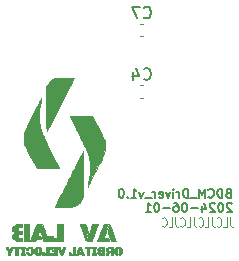
<source format=gbr>
%TF.GenerationSoftware,KiCad,Pcbnew,7.0.8*%
%TF.CreationDate,2024-06-01T15:01:04+09:00*%
%TF.ProjectId,BDCM_Driver_v1,4244434d-5f44-4726-9976-65725f76312e,rev?*%
%TF.SameCoordinates,PXaac6430PY8670810*%
%TF.FileFunction,Legend,Bot*%
%TF.FilePolarity,Positive*%
%FSLAX46Y46*%
G04 Gerber Fmt 4.6, Leading zero omitted, Abs format (unit mm)*
G04 Created by KiCad (PCBNEW 7.0.8) date 2024-06-01 15:01:04*
%MOMM*%
%LPD*%
G01*
G04 APERTURE LIST*
%ADD10C,0.100000*%
%ADD11C,0.150000*%
%ADD12C,0.120000*%
%ADD13C,0.010000*%
G04 APERTURE END LIST*
D10*
X-1904075Y3443105D02*
X-1904075Y2871677D01*
X-1904075Y2871677D02*
X-1875504Y2757391D01*
X-1875504Y2757391D02*
X-1818361Y2681200D01*
X-1818361Y2681200D02*
X-1732647Y2643105D01*
X-1732647Y2643105D02*
X-1675504Y2643105D01*
X-2475504Y2643105D02*
X-2189790Y2643105D01*
X-2189790Y2643105D02*
X-2189790Y3443105D01*
X-3018361Y2719296D02*
X-2989789Y2681200D01*
X-2989789Y2681200D02*
X-2904075Y2643105D01*
X-2904075Y2643105D02*
X-2846932Y2643105D01*
X-2846932Y2643105D02*
X-2761218Y2681200D01*
X-2761218Y2681200D02*
X-2704075Y2757391D01*
X-2704075Y2757391D02*
X-2675504Y2833581D01*
X-2675504Y2833581D02*
X-2646932Y2985962D01*
X-2646932Y2985962D02*
X-2646932Y3100248D01*
X-2646932Y3100248D02*
X-2675504Y3252629D01*
X-2675504Y3252629D02*
X-2704075Y3328820D01*
X-2704075Y3328820D02*
X-2761218Y3405010D01*
X-2761218Y3405010D02*
X-2846932Y3443105D01*
X-2846932Y3443105D02*
X-2904075Y3443105D01*
X-2904075Y3443105D02*
X-2989789Y3405010D01*
X-2989789Y3405010D02*
X-3018361Y3366915D01*
X-3446932Y3443105D02*
X-3446932Y2871677D01*
X-3446932Y2871677D02*
X-3418361Y2757391D01*
X-3418361Y2757391D02*
X-3361218Y2681200D01*
X-3361218Y2681200D02*
X-3275504Y2643105D01*
X-3275504Y2643105D02*
X-3218361Y2643105D01*
X-4018361Y2643105D02*
X-3732647Y2643105D01*
X-3732647Y2643105D02*
X-3732647Y3443105D01*
X-4561218Y2719296D02*
X-4532646Y2681200D01*
X-4532646Y2681200D02*
X-4446932Y2643105D01*
X-4446932Y2643105D02*
X-4389789Y2643105D01*
X-4389789Y2643105D02*
X-4304075Y2681200D01*
X-4304075Y2681200D02*
X-4246932Y2757391D01*
X-4246932Y2757391D02*
X-4218361Y2833581D01*
X-4218361Y2833581D02*
X-4189789Y2985962D01*
X-4189789Y2985962D02*
X-4189789Y3100248D01*
X-4189789Y3100248D02*
X-4218361Y3252629D01*
X-4218361Y3252629D02*
X-4246932Y3328820D01*
X-4246932Y3328820D02*
X-4304075Y3405010D01*
X-4304075Y3405010D02*
X-4389789Y3443105D01*
X-4389789Y3443105D02*
X-4446932Y3443105D01*
X-4446932Y3443105D02*
X-4532646Y3405010D01*
X-4532646Y3405010D02*
X-4561218Y3366915D01*
X-4989789Y3443105D02*
X-4989789Y2871677D01*
X-4989789Y2871677D02*
X-4961218Y2757391D01*
X-4961218Y2757391D02*
X-4904075Y2681200D01*
X-4904075Y2681200D02*
X-4818361Y2643105D01*
X-4818361Y2643105D02*
X-4761218Y2643105D01*
X-5561218Y2643105D02*
X-5275504Y2643105D01*
X-5275504Y2643105D02*
X-5275504Y3443105D01*
X-6104075Y2719296D02*
X-6075503Y2681200D01*
X-6075503Y2681200D02*
X-5989789Y2643105D01*
X-5989789Y2643105D02*
X-5932646Y2643105D01*
X-5932646Y2643105D02*
X-5846932Y2681200D01*
X-5846932Y2681200D02*
X-5789789Y2757391D01*
X-5789789Y2757391D02*
X-5761218Y2833581D01*
X-5761218Y2833581D02*
X-5732646Y2985962D01*
X-5732646Y2985962D02*
X-5732646Y3100248D01*
X-5732646Y3100248D02*
X-5761218Y3252629D01*
X-5761218Y3252629D02*
X-5789789Y3328820D01*
X-5789789Y3328820D02*
X-5846932Y3405010D01*
X-5846932Y3405010D02*
X-5932646Y3443105D01*
X-5932646Y3443105D02*
X-5989789Y3443105D01*
X-5989789Y3443105D02*
X-6075503Y3405010D01*
X-6075503Y3405010D02*
X-6104075Y3366915D01*
X-6532646Y3443105D02*
X-6532646Y2871677D01*
X-6532646Y2871677D02*
X-6504075Y2757391D01*
X-6504075Y2757391D02*
X-6446932Y2681200D01*
X-6446932Y2681200D02*
X-6361218Y2643105D01*
X-6361218Y2643105D02*
X-6304075Y2643105D01*
X-7104075Y2643105D02*
X-6818361Y2643105D01*
X-6818361Y2643105D02*
X-6818361Y3443105D01*
X-7646932Y2719296D02*
X-7618360Y2681200D01*
X-7618360Y2681200D02*
X-7532646Y2643105D01*
X-7532646Y2643105D02*
X-7475503Y2643105D01*
X-7475503Y2643105D02*
X-7389789Y2681200D01*
X-7389789Y2681200D02*
X-7332646Y2757391D01*
X-7332646Y2757391D02*
X-7304075Y2833581D01*
X-7304075Y2833581D02*
X-7275503Y2985962D01*
X-7275503Y2985962D02*
X-7275503Y3100248D01*
X-7275503Y3100248D02*
X-7304075Y3252629D01*
X-7304075Y3252629D02*
X-7332646Y3328820D01*
X-7332646Y3328820D02*
X-7389789Y3405010D01*
X-7389789Y3405010D02*
X-7475503Y3443105D01*
X-7475503Y3443105D02*
X-7532646Y3443105D01*
X-7532646Y3443105D02*
X-7618360Y3405010D01*
X-7618360Y3405010D02*
X-7646932Y3366915D01*
D11*
X-2051256Y5509943D02*
X-2158399Y5474229D01*
X-2158399Y5474229D02*
X-2194113Y5438515D01*
X-2194113Y5438515D02*
X-2229827Y5367086D01*
X-2229827Y5367086D02*
X-2229827Y5259943D01*
X-2229827Y5259943D02*
X-2194113Y5188515D01*
X-2194113Y5188515D02*
X-2158399Y5152800D01*
X-2158399Y5152800D02*
X-2086970Y5117086D01*
X-2086970Y5117086D02*
X-1801256Y5117086D01*
X-1801256Y5117086D02*
X-1801256Y5867086D01*
X-1801256Y5867086D02*
X-2051256Y5867086D01*
X-2051256Y5867086D02*
X-2122684Y5831372D01*
X-2122684Y5831372D02*
X-2158399Y5795658D01*
X-2158399Y5795658D02*
X-2194113Y5724229D01*
X-2194113Y5724229D02*
X-2194113Y5652800D01*
X-2194113Y5652800D02*
X-2158399Y5581372D01*
X-2158399Y5581372D02*
X-2122684Y5545658D01*
X-2122684Y5545658D02*
X-2051256Y5509943D01*
X-2051256Y5509943D02*
X-1801256Y5509943D01*
X-2551256Y5117086D02*
X-2551256Y5867086D01*
X-2551256Y5867086D02*
X-2729827Y5867086D01*
X-2729827Y5867086D02*
X-2836970Y5831372D01*
X-2836970Y5831372D02*
X-2908399Y5759943D01*
X-2908399Y5759943D02*
X-2944113Y5688515D01*
X-2944113Y5688515D02*
X-2979827Y5545658D01*
X-2979827Y5545658D02*
X-2979827Y5438515D01*
X-2979827Y5438515D02*
X-2944113Y5295658D01*
X-2944113Y5295658D02*
X-2908399Y5224229D01*
X-2908399Y5224229D02*
X-2836970Y5152800D01*
X-2836970Y5152800D02*
X-2729827Y5117086D01*
X-2729827Y5117086D02*
X-2551256Y5117086D01*
X-3729827Y5188515D02*
X-3694113Y5152800D01*
X-3694113Y5152800D02*
X-3586970Y5117086D01*
X-3586970Y5117086D02*
X-3515542Y5117086D01*
X-3515542Y5117086D02*
X-3408399Y5152800D01*
X-3408399Y5152800D02*
X-3336970Y5224229D01*
X-3336970Y5224229D02*
X-3301256Y5295658D01*
X-3301256Y5295658D02*
X-3265542Y5438515D01*
X-3265542Y5438515D02*
X-3265542Y5545658D01*
X-3265542Y5545658D02*
X-3301256Y5688515D01*
X-3301256Y5688515D02*
X-3336970Y5759943D01*
X-3336970Y5759943D02*
X-3408399Y5831372D01*
X-3408399Y5831372D02*
X-3515542Y5867086D01*
X-3515542Y5867086D02*
X-3586970Y5867086D01*
X-3586970Y5867086D02*
X-3694113Y5831372D01*
X-3694113Y5831372D02*
X-3729827Y5795658D01*
X-4051256Y5117086D02*
X-4051256Y5867086D01*
X-4051256Y5867086D02*
X-4301256Y5331372D01*
X-4301256Y5331372D02*
X-4551256Y5867086D01*
X-4551256Y5867086D02*
X-4551256Y5117086D01*
X-4729827Y5045658D02*
X-5301256Y5045658D01*
X-5479828Y5117086D02*
X-5479828Y5867086D01*
X-5479828Y5867086D02*
X-5658399Y5867086D01*
X-5658399Y5867086D02*
X-5765542Y5831372D01*
X-5765542Y5831372D02*
X-5836971Y5759943D01*
X-5836971Y5759943D02*
X-5872685Y5688515D01*
X-5872685Y5688515D02*
X-5908399Y5545658D01*
X-5908399Y5545658D02*
X-5908399Y5438515D01*
X-5908399Y5438515D02*
X-5872685Y5295658D01*
X-5872685Y5295658D02*
X-5836971Y5224229D01*
X-5836971Y5224229D02*
X-5765542Y5152800D01*
X-5765542Y5152800D02*
X-5658399Y5117086D01*
X-5658399Y5117086D02*
X-5479828Y5117086D01*
X-6229828Y5117086D02*
X-6229828Y5617086D01*
X-6229828Y5474229D02*
X-6265542Y5545658D01*
X-6265542Y5545658D02*
X-6301256Y5581372D01*
X-6301256Y5581372D02*
X-6372685Y5617086D01*
X-6372685Y5617086D02*
X-6444114Y5617086D01*
X-6694114Y5117086D02*
X-6694114Y5617086D01*
X-6694114Y5867086D02*
X-6658400Y5831372D01*
X-6658400Y5831372D02*
X-6694114Y5795658D01*
X-6694114Y5795658D02*
X-6729828Y5831372D01*
X-6729828Y5831372D02*
X-6694114Y5867086D01*
X-6694114Y5867086D02*
X-6694114Y5795658D01*
X-6979828Y5617086D02*
X-7158400Y5117086D01*
X-7158400Y5117086D02*
X-7336971Y5617086D01*
X-7908400Y5152800D02*
X-7836972Y5117086D01*
X-7836972Y5117086D02*
X-7694114Y5117086D01*
X-7694114Y5117086D02*
X-7622686Y5152800D01*
X-7622686Y5152800D02*
X-7586972Y5224229D01*
X-7586972Y5224229D02*
X-7586972Y5509943D01*
X-7586972Y5509943D02*
X-7622686Y5581372D01*
X-7622686Y5581372D02*
X-7694114Y5617086D01*
X-7694114Y5617086D02*
X-7836972Y5617086D01*
X-7836972Y5617086D02*
X-7908400Y5581372D01*
X-7908400Y5581372D02*
X-7944114Y5509943D01*
X-7944114Y5509943D02*
X-7944114Y5438515D01*
X-7944114Y5438515D02*
X-7586972Y5367086D01*
X-8265543Y5117086D02*
X-8265543Y5617086D01*
X-8265543Y5474229D02*
X-8301257Y5545658D01*
X-8301257Y5545658D02*
X-8336971Y5581372D01*
X-8336971Y5581372D02*
X-8408400Y5617086D01*
X-8408400Y5617086D02*
X-8479829Y5617086D01*
X-8551257Y5045658D02*
X-9122686Y5045658D01*
X-9229829Y5617086D02*
X-9408401Y5117086D01*
X-9408401Y5117086D02*
X-9586972Y5617086D01*
X-10265544Y5117086D02*
X-9836973Y5117086D01*
X-10051258Y5117086D02*
X-10051258Y5867086D01*
X-10051258Y5867086D02*
X-9979830Y5759943D01*
X-9979830Y5759943D02*
X-9908401Y5688515D01*
X-9908401Y5688515D02*
X-9836973Y5652800D01*
X-10586973Y5188515D02*
X-10622687Y5152800D01*
X-10622687Y5152800D02*
X-10586973Y5117086D01*
X-10586973Y5117086D02*
X-10551259Y5152800D01*
X-10551259Y5152800D02*
X-10586973Y5188515D01*
X-10586973Y5188515D02*
X-10586973Y5117086D01*
X-11086973Y5867086D02*
X-11158402Y5867086D01*
X-11158402Y5867086D02*
X-11229830Y5831372D01*
X-11229830Y5831372D02*
X-11265544Y5795658D01*
X-11265544Y5795658D02*
X-11301259Y5724229D01*
X-11301259Y5724229D02*
X-11336973Y5581372D01*
X-11336973Y5581372D02*
X-11336973Y5402800D01*
X-11336973Y5402800D02*
X-11301259Y5259943D01*
X-11301259Y5259943D02*
X-11265544Y5188515D01*
X-11265544Y5188515D02*
X-11229830Y5152800D01*
X-11229830Y5152800D02*
X-11158402Y5117086D01*
X-11158402Y5117086D02*
X-11086973Y5117086D01*
X-11086973Y5117086D02*
X-11015544Y5152800D01*
X-11015544Y5152800D02*
X-10979830Y5188515D01*
X-10979830Y5188515D02*
X-10944116Y5259943D01*
X-10944116Y5259943D02*
X-10908402Y5402800D01*
X-10908402Y5402800D02*
X-10908402Y5581372D01*
X-10908402Y5581372D02*
X-10944116Y5724229D01*
X-10944116Y5724229D02*
X-10979830Y5795658D01*
X-10979830Y5795658D02*
X-11015544Y5831372D01*
X-11015544Y5831372D02*
X-11086973Y5867086D01*
X-1765542Y4588158D02*
X-1801256Y4623872D01*
X-1801256Y4623872D02*
X-1872684Y4659586D01*
X-1872684Y4659586D02*
X-2051256Y4659586D01*
X-2051256Y4659586D02*
X-2122684Y4623872D01*
X-2122684Y4623872D02*
X-2158399Y4588158D01*
X-2158399Y4588158D02*
X-2194113Y4516729D01*
X-2194113Y4516729D02*
X-2194113Y4445300D01*
X-2194113Y4445300D02*
X-2158399Y4338158D01*
X-2158399Y4338158D02*
X-1729827Y3909586D01*
X-1729827Y3909586D02*
X-2194113Y3909586D01*
X-2658399Y4659586D02*
X-2729828Y4659586D01*
X-2729828Y4659586D02*
X-2801256Y4623872D01*
X-2801256Y4623872D02*
X-2836970Y4588158D01*
X-2836970Y4588158D02*
X-2872685Y4516729D01*
X-2872685Y4516729D02*
X-2908399Y4373872D01*
X-2908399Y4373872D02*
X-2908399Y4195300D01*
X-2908399Y4195300D02*
X-2872685Y4052443D01*
X-2872685Y4052443D02*
X-2836970Y3981015D01*
X-2836970Y3981015D02*
X-2801256Y3945300D01*
X-2801256Y3945300D02*
X-2729828Y3909586D01*
X-2729828Y3909586D02*
X-2658399Y3909586D01*
X-2658399Y3909586D02*
X-2586970Y3945300D01*
X-2586970Y3945300D02*
X-2551256Y3981015D01*
X-2551256Y3981015D02*
X-2515542Y4052443D01*
X-2515542Y4052443D02*
X-2479828Y4195300D01*
X-2479828Y4195300D02*
X-2479828Y4373872D01*
X-2479828Y4373872D02*
X-2515542Y4516729D01*
X-2515542Y4516729D02*
X-2551256Y4588158D01*
X-2551256Y4588158D02*
X-2586970Y4623872D01*
X-2586970Y4623872D02*
X-2658399Y4659586D01*
X-3194114Y4588158D02*
X-3229828Y4623872D01*
X-3229828Y4623872D02*
X-3301256Y4659586D01*
X-3301256Y4659586D02*
X-3479828Y4659586D01*
X-3479828Y4659586D02*
X-3551256Y4623872D01*
X-3551256Y4623872D02*
X-3586971Y4588158D01*
X-3586971Y4588158D02*
X-3622685Y4516729D01*
X-3622685Y4516729D02*
X-3622685Y4445300D01*
X-3622685Y4445300D02*
X-3586971Y4338158D01*
X-3586971Y4338158D02*
X-3158399Y3909586D01*
X-3158399Y3909586D02*
X-3622685Y3909586D01*
X-4265542Y4409586D02*
X-4265542Y3909586D01*
X-4086971Y4695300D02*
X-3908400Y4159586D01*
X-3908400Y4159586D02*
X-4372685Y4159586D01*
X-4658400Y4195300D02*
X-5229828Y4195300D01*
X-5729828Y4659586D02*
X-5801257Y4659586D01*
X-5801257Y4659586D02*
X-5872685Y4623872D01*
X-5872685Y4623872D02*
X-5908399Y4588158D01*
X-5908399Y4588158D02*
X-5944114Y4516729D01*
X-5944114Y4516729D02*
X-5979828Y4373872D01*
X-5979828Y4373872D02*
X-5979828Y4195300D01*
X-5979828Y4195300D02*
X-5944114Y4052443D01*
X-5944114Y4052443D02*
X-5908399Y3981015D01*
X-5908399Y3981015D02*
X-5872685Y3945300D01*
X-5872685Y3945300D02*
X-5801257Y3909586D01*
X-5801257Y3909586D02*
X-5729828Y3909586D01*
X-5729828Y3909586D02*
X-5658399Y3945300D01*
X-5658399Y3945300D02*
X-5622685Y3981015D01*
X-5622685Y3981015D02*
X-5586971Y4052443D01*
X-5586971Y4052443D02*
X-5551257Y4195300D01*
X-5551257Y4195300D02*
X-5551257Y4373872D01*
X-5551257Y4373872D02*
X-5586971Y4516729D01*
X-5586971Y4516729D02*
X-5622685Y4588158D01*
X-5622685Y4588158D02*
X-5658399Y4623872D01*
X-5658399Y4623872D02*
X-5729828Y4659586D01*
X-6622685Y4659586D02*
X-6479828Y4659586D01*
X-6479828Y4659586D02*
X-6408400Y4623872D01*
X-6408400Y4623872D02*
X-6372685Y4588158D01*
X-6372685Y4588158D02*
X-6301257Y4481015D01*
X-6301257Y4481015D02*
X-6265543Y4338158D01*
X-6265543Y4338158D02*
X-6265543Y4052443D01*
X-6265543Y4052443D02*
X-6301257Y3981015D01*
X-6301257Y3981015D02*
X-6336971Y3945300D01*
X-6336971Y3945300D02*
X-6408400Y3909586D01*
X-6408400Y3909586D02*
X-6551257Y3909586D01*
X-6551257Y3909586D02*
X-6622685Y3945300D01*
X-6622685Y3945300D02*
X-6658400Y3981015D01*
X-6658400Y3981015D02*
X-6694114Y4052443D01*
X-6694114Y4052443D02*
X-6694114Y4231015D01*
X-6694114Y4231015D02*
X-6658400Y4302443D01*
X-6658400Y4302443D02*
X-6622685Y4338158D01*
X-6622685Y4338158D02*
X-6551257Y4373872D01*
X-6551257Y4373872D02*
X-6408400Y4373872D01*
X-6408400Y4373872D02*
X-6336971Y4338158D01*
X-6336971Y4338158D02*
X-6301257Y4302443D01*
X-6301257Y4302443D02*
X-6265543Y4231015D01*
X-7015543Y4195300D02*
X-7586971Y4195300D01*
X-8086971Y4659586D02*
X-8158400Y4659586D01*
X-8158400Y4659586D02*
X-8229828Y4623872D01*
X-8229828Y4623872D02*
X-8265542Y4588158D01*
X-8265542Y4588158D02*
X-8301257Y4516729D01*
X-8301257Y4516729D02*
X-8336971Y4373872D01*
X-8336971Y4373872D02*
X-8336971Y4195300D01*
X-8336971Y4195300D02*
X-8301257Y4052443D01*
X-8301257Y4052443D02*
X-8265542Y3981015D01*
X-8265542Y3981015D02*
X-8229828Y3945300D01*
X-8229828Y3945300D02*
X-8158400Y3909586D01*
X-8158400Y3909586D02*
X-8086971Y3909586D01*
X-8086971Y3909586D02*
X-8015542Y3945300D01*
X-8015542Y3945300D02*
X-7979828Y3981015D01*
X-7979828Y3981015D02*
X-7944114Y4052443D01*
X-7944114Y4052443D02*
X-7908400Y4195300D01*
X-7908400Y4195300D02*
X-7908400Y4373872D01*
X-7908400Y4373872D02*
X-7944114Y4516729D01*
X-7944114Y4516729D02*
X-7979828Y4588158D01*
X-7979828Y4588158D02*
X-8015542Y4623872D01*
X-8015542Y4623872D02*
X-8086971Y4659586D01*
X-9051257Y3909586D02*
X-8622686Y3909586D01*
X-8836971Y3909586D02*
X-8836971Y4659586D01*
X-8836971Y4659586D02*
X-8765543Y4552443D01*
X-8765543Y4552443D02*
X-8694114Y4481015D01*
X-8694114Y4481015D02*
X-8622686Y4445300D01*
X-9231334Y15167420D02*
X-9183715Y15119800D01*
X-9183715Y15119800D02*
X-9040858Y15072181D01*
X-9040858Y15072181D02*
X-8945620Y15072181D01*
X-8945620Y15072181D02*
X-8802763Y15119800D01*
X-8802763Y15119800D02*
X-8707525Y15215039D01*
X-8707525Y15215039D02*
X-8659906Y15310277D01*
X-8659906Y15310277D02*
X-8612287Y15500753D01*
X-8612287Y15500753D02*
X-8612287Y15643610D01*
X-8612287Y15643610D02*
X-8659906Y15834086D01*
X-8659906Y15834086D02*
X-8707525Y15929324D01*
X-8707525Y15929324D02*
X-8802763Y16024562D01*
X-8802763Y16024562D02*
X-8945620Y16072181D01*
X-8945620Y16072181D02*
X-9040858Y16072181D01*
X-9040858Y16072181D02*
X-9183715Y16024562D01*
X-9183715Y16024562D02*
X-9231334Y15976943D01*
X-10088477Y15738848D02*
X-10088477Y15072181D01*
X-9850382Y16119800D02*
X-9612287Y15405515D01*
X-9612287Y15405515D02*
X-10231334Y15405515D01*
X-9231334Y20374420D02*
X-9183715Y20326800D01*
X-9183715Y20326800D02*
X-9040858Y20279181D01*
X-9040858Y20279181D02*
X-8945620Y20279181D01*
X-8945620Y20279181D02*
X-8802763Y20326800D01*
X-8802763Y20326800D02*
X-8707525Y20422039D01*
X-8707525Y20422039D02*
X-8659906Y20517277D01*
X-8659906Y20517277D02*
X-8612287Y20707753D01*
X-8612287Y20707753D02*
X-8612287Y20850610D01*
X-8612287Y20850610D02*
X-8659906Y21041086D01*
X-8659906Y21041086D02*
X-8707525Y21136324D01*
X-8707525Y21136324D02*
X-8802763Y21231562D01*
X-8802763Y21231562D02*
X-8945620Y21279181D01*
X-8945620Y21279181D02*
X-9040858Y21279181D01*
X-9040858Y21279181D02*
X-9183715Y21231562D01*
X-9183715Y21231562D02*
X-9231334Y21183943D01*
X-9564668Y21279181D02*
X-10231334Y21279181D01*
X-10231334Y21279181D02*
X-9802763Y20279181D01*
D12*
%TO.C,C4*%
X-9257420Y13587000D02*
X-9538580Y13587000D01*
X-9257420Y14607000D02*
X-9538580Y14607000D01*
%TO.C,C7*%
X-9257420Y18794000D02*
X-9538580Y18794000D01*
X-9257420Y19814000D02*
X-9538580Y19814000D01*
%TO.C,G\u002A\u002A\u002A*%
D13*
X-11819466Y279401D02*
X-12005733Y279401D01*
X-12005733Y922867D01*
X-11819466Y922867D01*
X-11819466Y279401D01*
G36*
X-11819466Y279401D02*
G01*
X-12005733Y279401D01*
X-12005733Y922867D01*
X-11819466Y922867D01*
X-11819466Y279401D01*
G37*
X-12547600Y279401D02*
X-12733866Y279401D01*
X-12733866Y922867D01*
X-12547600Y922867D01*
X-12547600Y279401D01*
G36*
X-12547600Y279401D02*
G01*
X-12733866Y279401D01*
X-12733866Y922867D01*
X-12547600Y922867D01*
X-12547600Y279401D01*
G37*
X-13851466Y279401D02*
X-14037733Y279401D01*
X-14037733Y736601D01*
X-13851466Y736601D01*
X-13851466Y279401D01*
G36*
X-13851466Y279401D02*
G01*
X-14037733Y279401D01*
X-14037733Y736601D01*
X-13851466Y736601D01*
X-13851466Y279401D01*
G37*
X-13682133Y804334D02*
X-14207066Y804334D01*
X-14207066Y922867D01*
X-13682133Y922867D01*
X-13682133Y804334D01*
G36*
X-13682133Y804334D02*
G01*
X-14207066Y804334D01*
X-14207066Y922867D01*
X-13682133Y922867D01*
X-13682133Y804334D01*
G37*
X-14325599Y9042401D02*
X-14334066Y9033934D01*
X-14342533Y9042401D01*
X-14334066Y9050867D01*
X-14325599Y9042401D01*
G36*
X-14325599Y9042401D02*
G01*
X-14334066Y9033934D01*
X-14342533Y9042401D01*
X-14334066Y9050867D01*
X-14325599Y9042401D01*
G37*
X-15053733Y279401D02*
X-15239999Y279401D01*
X-15239999Y922867D01*
X-15053733Y922867D01*
X-15053733Y279401D01*
G36*
X-15053733Y279401D02*
G01*
X-15239999Y279401D01*
X-15239999Y922867D01*
X-15053733Y922867D01*
X-15053733Y279401D01*
G37*
X-16069733Y1430867D02*
X-16543866Y1430867D01*
X-16543866Y2887134D01*
X-16069733Y2887134D01*
X-16069733Y1430867D01*
G36*
X-16069733Y1430867D02*
G01*
X-16543866Y1430867D01*
X-16543866Y2887134D01*
X-16069733Y2887134D01*
X-16069733Y1430867D01*
G37*
X-17272000Y279401D02*
X-17475200Y279401D01*
X-17475200Y922867D01*
X-17272000Y922867D01*
X-17272000Y279401D01*
G36*
X-17272000Y279401D02*
G01*
X-17475200Y279401D01*
X-17475200Y922867D01*
X-17272000Y922867D01*
X-17272000Y279401D01*
G37*
X-18931466Y1430867D02*
X-19388666Y1430867D01*
X-19388666Y2887134D01*
X-18931466Y2887134D01*
X-18931466Y1430867D01*
G36*
X-18931466Y1430867D02*
G01*
X-19388666Y1430867D01*
X-19388666Y2887134D01*
X-18931466Y2887134D01*
X-18931466Y1430867D01*
G37*
X-19879733Y279401D02*
X-20082933Y279401D01*
X-20082933Y736601D01*
X-19879733Y736601D01*
X-19879733Y279401D01*
G36*
X-19879733Y279401D02*
G01*
X-20082933Y279401D01*
X-20082933Y736601D01*
X-19879733Y736601D01*
X-19879733Y279401D01*
G37*
X-19710400Y804334D02*
X-20252266Y804334D01*
X-20252266Y922867D01*
X-19710400Y922867D01*
X-19710400Y804334D01*
G36*
X-19710400Y804334D02*
G01*
X-20252266Y804334D01*
X-20252266Y922867D01*
X-19710400Y922867D01*
X-19710400Y804334D01*
G37*
X-16594666Y279401D02*
X-16780933Y279401D01*
X-16780933Y550334D01*
X-16984133Y550334D01*
X-16984133Y651934D01*
X-16780933Y651934D01*
X-16780933Y922867D01*
X-16594666Y922867D01*
X-16594666Y279401D01*
G36*
X-16594666Y279401D02*
G01*
X-16780933Y279401D01*
X-16780933Y550334D01*
X-16984133Y550334D01*
X-16984133Y651934D01*
X-16780933Y651934D01*
X-16780933Y922867D01*
X-16594666Y922867D01*
X-16594666Y279401D01*
G37*
X-12186237Y402167D02*
X-12190508Y391984D01*
X-12211640Y343840D01*
X-12228302Y309034D01*
X-12243470Y292695D01*
X-12277314Y282345D01*
X-12336345Y279401D01*
X-12428698Y279401D01*
X-12337344Y465667D01*
X-12159861Y465667D01*
X-12186237Y402167D01*
G36*
X-12186237Y402167D02*
G01*
X-12190508Y391984D01*
X-12211640Y343840D01*
X-12228302Y309034D01*
X-12243470Y292695D01*
X-12277314Y282345D01*
X-12336345Y279401D01*
X-12428698Y279401D01*
X-12337344Y465667D01*
X-12159861Y465667D01*
X-12186237Y402167D01*
G37*
X-14440468Y732880D02*
X-14430302Y704570D01*
X-14400780Y622835D01*
X-14367376Y530837D01*
X-14335544Y443615D01*
X-14274767Y277630D01*
X-14362927Y282748D01*
X-14451088Y287867D01*
X-14507249Y462481D01*
X-14563411Y637094D01*
X-14484615Y856160D01*
X-14440468Y732880D01*
G36*
X-14440468Y732880D02*
G01*
X-14430302Y704570D01*
X-14400780Y622835D01*
X-14367376Y530837D01*
X-14335544Y443615D01*
X-14274767Y277630D01*
X-14362927Y282748D01*
X-14451088Y287867D01*
X-14507249Y462481D01*
X-14563411Y637094D01*
X-14484615Y856160D01*
X-14440468Y732880D01*
G37*
X-20685457Y824177D02*
X-20638288Y725487D01*
X-20676882Y635771D01*
X-20715477Y546056D01*
X-20804737Y721761D01*
X-20837928Y787887D01*
X-20867250Y847952D01*
X-20887263Y890872D01*
X-20894865Y910167D01*
X-20890276Y914486D01*
X-20861247Y920505D01*
X-20814180Y922867D01*
X-20732627Y922867D01*
X-20685457Y824177D01*
G36*
X-20685457Y824177D02*
G01*
X-20638288Y725487D01*
X-20676882Y635771D01*
X-20715477Y546056D01*
X-20804737Y721761D01*
X-20837928Y787887D01*
X-20867250Y847952D01*
X-20887263Y890872D01*
X-20894865Y910167D01*
X-20890276Y914486D01*
X-20861247Y920505D01*
X-20814180Y922867D01*
X-20732627Y922867D01*
X-20685457Y824177D01*
G37*
X-15460021Y465266D02*
X-15426087Y460992D01*
X-15412078Y448458D01*
X-15409333Y423334D01*
X-15406554Y398396D01*
X-15390146Y384163D01*
X-15350066Y381001D01*
X-15310861Y378330D01*
X-15294103Y364331D01*
X-15290800Y330201D01*
X-15290800Y279401D01*
X-15578666Y279401D01*
X-15578666Y465667D01*
X-15494000Y465667D01*
X-15460021Y465266D01*
G36*
X-15460021Y465266D02*
G01*
X-15426087Y460992D01*
X-15412078Y448458D01*
X-15409333Y423334D01*
X-15406554Y398396D01*
X-15390146Y384163D01*
X-15350066Y381001D01*
X-15310861Y378330D01*
X-15294103Y364331D01*
X-15290800Y330201D01*
X-15290800Y279401D01*
X-15578666Y279401D01*
X-15578666Y465667D01*
X-15494000Y465667D01*
X-15460021Y465266D01*
G37*
X-17695221Y465266D02*
X-17661287Y460992D01*
X-17647278Y448458D01*
X-17644533Y423334D01*
X-17641754Y398396D01*
X-17625346Y384163D01*
X-17585266Y381001D01*
X-17546061Y378330D01*
X-17529303Y364331D01*
X-17526000Y330201D01*
X-17526000Y279401D01*
X-17813866Y279401D01*
X-17813866Y465667D01*
X-17729200Y465667D01*
X-17695221Y465266D01*
G36*
X-17695221Y465266D02*
G01*
X-17661287Y460992D01*
X-17647278Y448458D01*
X-17644533Y423334D01*
X-17641754Y398396D01*
X-17625346Y384163D01*
X-17585266Y381001D01*
X-17546061Y378330D01*
X-17529303Y364331D01*
X-17526000Y330201D01*
X-17526000Y279401D01*
X-17813866Y279401D01*
X-17813866Y465667D01*
X-17729200Y465667D01*
X-17695221Y465266D01*
G37*
X-16282658Y752080D02*
X-16233337Y581292D01*
X-16272373Y460088D01*
X-16311409Y338885D01*
X-16400011Y592776D01*
X-16417554Y643129D01*
X-16447252Y728747D01*
X-16472456Y801890D01*
X-16490932Y856062D01*
X-16500447Y884767D01*
X-16504931Y903503D01*
X-16499107Y916612D01*
X-16473924Y921891D01*
X-16422131Y922867D01*
X-16331980Y922867D01*
X-16282658Y752080D01*
G36*
X-16282658Y752080D02*
G01*
X-16233337Y581292D01*
X-16272373Y460088D01*
X-16311409Y338885D01*
X-16400011Y592776D01*
X-16417554Y643129D01*
X-16447252Y728747D01*
X-16472456Y801890D01*
X-16490932Y856062D01*
X-16500447Y884767D01*
X-16504931Y903503D01*
X-16499107Y916612D01*
X-16473924Y921891D01*
X-16422131Y922867D01*
X-16331980Y922867D01*
X-16282658Y752080D01*
G37*
X-17027659Y448373D02*
X-16988720Y444634D01*
X-16971242Y434439D01*
X-16967200Y414867D01*
X-16963365Y395319D01*
X-16943780Y383841D01*
X-16899466Y381001D01*
X-16884922Y380920D01*
X-16848902Y377254D01*
X-16834408Y362774D01*
X-16831733Y330201D01*
X-16831733Y279401D01*
X-17153466Y279401D01*
X-17153466Y448734D01*
X-17060333Y448734D01*
X-17027659Y448373D01*
G36*
X-17027659Y448373D02*
G01*
X-16988720Y444634D01*
X-16971242Y434439D01*
X-16967200Y414867D01*
X-16963365Y395319D01*
X-16943780Y383841D01*
X-16899466Y381001D01*
X-16884922Y380920D01*
X-16848902Y377254D01*
X-16834408Y362774D01*
X-16831733Y330201D01*
X-16831733Y279401D01*
X-17153466Y279401D01*
X-17153466Y448734D01*
X-17060333Y448734D01*
X-17027659Y448373D01*
G37*
X-16831733Y872067D02*
X-16831840Y861159D01*
X-16836728Y834144D01*
X-16856035Y823273D01*
X-16899466Y821267D01*
X-16938562Y819350D01*
X-16961519Y809557D01*
X-16967200Y787401D01*
X-16968193Y775519D01*
X-16978473Y761359D01*
X-17006511Y755004D01*
X-17060333Y753534D01*
X-17153466Y753534D01*
X-17153466Y922867D01*
X-16831733Y922867D01*
X-16831733Y872067D01*
G36*
X-16831733Y872067D02*
G01*
X-16831840Y861159D01*
X-16836728Y834144D01*
X-16856035Y823273D01*
X-16899466Y821267D01*
X-16938562Y819350D01*
X-16961519Y809557D01*
X-16967200Y787401D01*
X-16968193Y775519D01*
X-16978473Y761359D01*
X-17006511Y755004D01*
X-17060333Y753534D01*
X-17153466Y753534D01*
X-17153466Y922867D01*
X-16831733Y922867D01*
X-16831733Y872067D01*
G37*
X-18883988Y921514D02*
X-18857892Y915708D01*
X-18848214Y900625D01*
X-18846800Y872067D01*
X-18846906Y861159D01*
X-18851795Y834144D01*
X-18871102Y823273D01*
X-18914533Y821267D01*
X-18982266Y821267D01*
X-18982266Y685801D01*
X-19185466Y685801D01*
X-19185466Y738533D01*
X-19180700Y771420D01*
X-19158741Y810123D01*
X-19113500Y856372D01*
X-19083697Y882335D01*
X-19044733Y908195D01*
X-19003470Y919435D01*
X-18944166Y922173D01*
X-18934656Y922238D01*
X-18883988Y921514D01*
G36*
X-18883988Y921514D02*
G01*
X-18857892Y915708D01*
X-18848214Y900625D01*
X-18846800Y872067D01*
X-18846906Y861159D01*
X-18851795Y834144D01*
X-18871102Y823273D01*
X-18914533Y821267D01*
X-18982266Y821267D01*
X-18982266Y685801D01*
X-19185466Y685801D01*
X-19185466Y738533D01*
X-19180700Y771420D01*
X-19158741Y810123D01*
X-19113500Y856372D01*
X-19083697Y882335D01*
X-19044733Y908195D01*
X-19003470Y919435D01*
X-18944166Y922173D01*
X-18934656Y922238D01*
X-18883988Y921514D01*
G37*
X-18726169Y919984D02*
X-18696341Y897317D01*
X-18657013Y860164D01*
X-18592800Y797461D01*
X-18592800Y407828D01*
X-18655503Y343614D01*
X-18680346Y320309D01*
X-18720086Y290898D01*
X-18748636Y279401D01*
X-18759043Y281477D01*
X-18766911Y290783D01*
X-18772406Y311758D01*
X-18775950Y348841D01*
X-18777961Y406472D01*
X-18778860Y489090D01*
X-18779066Y601134D01*
X-18778700Y718618D01*
X-18776703Y810129D01*
X-18771763Y873239D01*
X-18762568Y910729D01*
X-18747807Y925383D01*
X-18726169Y919984D01*
G36*
X-18726169Y919984D02*
G01*
X-18696341Y897317D01*
X-18657013Y860164D01*
X-18592800Y797461D01*
X-18592800Y407828D01*
X-18655503Y343614D01*
X-18680346Y320309D01*
X-18720086Y290898D01*
X-18748636Y279401D01*
X-18759043Y281477D01*
X-18766911Y290783D01*
X-18772406Y311758D01*
X-18775950Y348841D01*
X-18777961Y406472D01*
X-18778860Y489090D01*
X-18779066Y601134D01*
X-18778700Y718618D01*
X-18776703Y810129D01*
X-18771763Y873239D01*
X-18762568Y910729D01*
X-18747807Y925383D01*
X-18726169Y919984D01*
G37*
X-15908581Y921330D02*
X-15876519Y914632D01*
X-15870784Y901701D01*
X-15870791Y901683D01*
X-15878749Y879569D01*
X-15896093Y830943D01*
X-15920902Y761203D01*
X-15951258Y675745D01*
X-15985239Y579967D01*
X-16091819Y279401D01*
X-16173909Y279401D01*
X-16202023Y280172D01*
X-16240791Y284754D01*
X-16256000Y292089D01*
X-16255969Y292489D01*
X-16250101Y314008D01*
X-16235214Y362069D01*
X-16212964Y431504D01*
X-16185005Y517145D01*
X-16152992Y613822D01*
X-16049985Y922867D01*
X-15956447Y922867D01*
X-15908581Y921330D01*
G36*
X-15908581Y921330D02*
G01*
X-15876519Y914632D01*
X-15870784Y901701D01*
X-15870791Y901683D01*
X-15878749Y879569D01*
X-15896093Y830943D01*
X-15920902Y761203D01*
X-15951258Y675745D01*
X-15985239Y579967D01*
X-16091819Y279401D01*
X-16173909Y279401D01*
X-16202023Y280172D01*
X-16240791Y284754D01*
X-16256000Y292089D01*
X-16255969Y292489D01*
X-16250101Y314008D01*
X-16235214Y362069D01*
X-16212964Y431504D01*
X-16185005Y517145D01*
X-16152992Y613822D01*
X-16049985Y922867D01*
X-15956447Y922867D01*
X-15908581Y921330D01*
G37*
X-18982266Y431801D02*
X-18982159Y420892D01*
X-18977271Y393877D01*
X-18957964Y383007D01*
X-18914533Y381001D01*
X-18899988Y380920D01*
X-18863969Y377254D01*
X-18849474Y362774D01*
X-18846800Y330201D01*
X-18846806Y324854D01*
X-18848958Y298655D01*
X-18860604Y285153D01*
X-18889868Y280137D01*
X-18944874Y279401D01*
X-18999449Y280896D01*
X-19038272Y289497D01*
X-19071863Y311202D01*
X-19114207Y352008D01*
X-19158694Y400802D01*
X-19183585Y440654D01*
X-19179830Y465765D01*
X-19146800Y478843D01*
X-19083866Y482601D01*
X-18982266Y482601D01*
X-18982266Y431801D01*
G36*
X-18982266Y431801D02*
G01*
X-18982159Y420892D01*
X-18977271Y393877D01*
X-18957964Y383007D01*
X-18914533Y381001D01*
X-18899988Y380920D01*
X-18863969Y377254D01*
X-18849474Y362774D01*
X-18846800Y330201D01*
X-18846806Y324854D01*
X-18848958Y298655D01*
X-18860604Y285153D01*
X-18889868Y280137D01*
X-18944874Y279401D01*
X-18999449Y280896D01*
X-19038272Y289497D01*
X-19071863Y311202D01*
X-19114207Y352008D01*
X-19158694Y400802D01*
X-19183585Y440654D01*
X-19179830Y465765D01*
X-19146800Y478843D01*
X-19083866Y482601D01*
X-18982266Y482601D01*
X-18982266Y431801D01*
G37*
X-17764058Y2751589D02*
X-17755276Y2734188D01*
X-17736200Y2688766D01*
X-17708197Y2618817D01*
X-17672633Y2527835D01*
X-17630875Y2419314D01*
X-17584290Y2296746D01*
X-17534245Y2163628D01*
X-17314333Y1575588D01*
X-17309464Y1731828D01*
X-17304595Y1888067D01*
X-16882533Y1888067D01*
X-16882533Y1701801D01*
X-16645466Y1701801D01*
X-16645466Y1430385D01*
X-17173847Y1434859D01*
X-17702227Y1439334D01*
X-17832682Y1842874D01*
X-17963136Y2246414D01*
X-17868743Y2499041D01*
X-17847909Y2554146D01*
X-17817324Y2632545D01*
X-17791713Y2695161D01*
X-17773285Y2736650D01*
X-17764253Y2751667D01*
X-17764058Y2751589D01*
G36*
X-17764058Y2751589D02*
G01*
X-17755276Y2734188D01*
X-17736200Y2688766D01*
X-17708197Y2618817D01*
X-17672633Y2527835D01*
X-17630875Y2419314D01*
X-17584290Y2296746D01*
X-17534245Y2163628D01*
X-17314333Y1575588D01*
X-17309464Y1731828D01*
X-17304595Y1888067D01*
X-16882533Y1888067D01*
X-16882533Y1701801D01*
X-16645466Y1701801D01*
X-16645466Y1430385D01*
X-17173847Y1434859D01*
X-17702227Y1439334D01*
X-17832682Y1842874D01*
X-17963136Y2246414D01*
X-17868743Y2499041D01*
X-17847909Y2554146D01*
X-17817324Y2632545D01*
X-17791713Y2695161D01*
X-17773285Y2736650D01*
X-17764253Y2751667D01*
X-17764058Y2751589D01*
G37*
X-20357038Y922506D02*
X-20318278Y920327D01*
X-20303066Y916830D01*
X-20303810Y914545D01*
X-20314874Y889330D01*
X-20337134Y841112D01*
X-20367946Y775573D01*
X-20404666Y698399D01*
X-20427056Y651254D01*
X-20461978Y574584D01*
X-20484957Y516859D01*
X-20498397Y470613D01*
X-20504699Y428382D01*
X-20506266Y382702D01*
X-20506266Y279401D01*
X-20692533Y279401D01*
X-20692533Y367568D01*
X-20692222Y383490D01*
X-20687911Y423337D01*
X-20676744Y467421D01*
X-20656469Y522164D01*
X-20624831Y593983D01*
X-20579577Y689301D01*
X-20466621Y922867D01*
X-20384844Y922867D01*
X-20357038Y922506D01*
G36*
X-20357038Y922506D02*
G01*
X-20318278Y920327D01*
X-20303066Y916830D01*
X-20303810Y914545D01*
X-20314874Y889330D01*
X-20337134Y841112D01*
X-20367946Y775573D01*
X-20404666Y698399D01*
X-20427056Y651254D01*
X-20461978Y574584D01*
X-20484957Y516859D01*
X-20498397Y470613D01*
X-20504699Y428382D01*
X-20506266Y382702D01*
X-20506266Y279401D01*
X-20692533Y279401D01*
X-20692533Y367568D01*
X-20692222Y383490D01*
X-20687911Y423337D01*
X-20676744Y467421D01*
X-20656469Y522164D01*
X-20624831Y593983D01*
X-20579577Y689301D01*
X-20466621Y922867D01*
X-20384844Y922867D01*
X-20357038Y922506D01*
G37*
X-11292607Y922782D02*
X-11251032Y916067D01*
X-11211958Y894349D01*
X-11163940Y851608D01*
X-11091333Y780349D01*
X-11091333Y424616D01*
X-11162592Y352008D01*
X-11175951Y338620D01*
X-11218745Y301615D01*
X-11255618Y283928D01*
X-11298058Y279401D01*
X-11311824Y279465D01*
X-11346524Y283362D01*
X-11360000Y300015D01*
X-11362266Y338667D01*
X-11360281Y373580D01*
X-11348561Y393506D01*
X-11319933Y397934D01*
X-11277600Y397934D01*
X-11277600Y804334D01*
X-11319933Y804334D01*
X-11344870Y807113D01*
X-11359103Y823521D01*
X-11362266Y863601D01*
X-11362219Y874260D01*
X-11358267Y907622D01*
X-11340702Y920645D01*
X-11299407Y922867D01*
X-11292607Y922782D01*
G36*
X-11292607Y922782D02*
G01*
X-11251032Y916067D01*
X-11211958Y894349D01*
X-11163940Y851608D01*
X-11091333Y780349D01*
X-11091333Y424616D01*
X-11162592Y352008D01*
X-11175951Y338620D01*
X-11218745Y301615D01*
X-11255618Y283928D01*
X-11298058Y279401D01*
X-11311824Y279465D01*
X-11346524Y283362D01*
X-11360000Y300015D01*
X-11362266Y338667D01*
X-11360281Y373580D01*
X-11348561Y393506D01*
X-11319933Y397934D01*
X-11277600Y397934D01*
X-11277600Y804334D01*
X-11319933Y804334D01*
X-11344870Y807113D01*
X-11359103Y823521D01*
X-11362266Y863601D01*
X-11362219Y874260D01*
X-11358267Y907622D01*
X-11340702Y920645D01*
X-11299407Y922867D01*
X-11292607Y922782D01*
G37*
X-11480442Y922802D02*
X-11445742Y918905D01*
X-11432266Y902253D01*
X-11430000Y863601D01*
X-11431985Y828688D01*
X-11443705Y808762D01*
X-11472333Y804334D01*
X-11514666Y804334D01*
X-11514666Y397934D01*
X-11472333Y397934D01*
X-11447395Y395155D01*
X-11433162Y378747D01*
X-11430000Y338667D01*
X-11430070Y325961D01*
X-11434292Y293931D01*
X-11452333Y281492D01*
X-11494207Y279401D01*
X-11506291Y279649D01*
X-11546202Y286973D01*
X-11583500Y309040D01*
X-11629674Y352008D01*
X-11700933Y424616D01*
X-11700933Y777652D01*
X-11629674Y850260D01*
X-11616315Y863647D01*
X-11573521Y900653D01*
X-11536648Y918340D01*
X-11494207Y922867D01*
X-11480442Y922802D01*
G36*
X-11480442Y922802D02*
G01*
X-11445742Y918905D01*
X-11432266Y902253D01*
X-11430000Y863601D01*
X-11431985Y828688D01*
X-11443705Y808762D01*
X-11472333Y804334D01*
X-11514666Y804334D01*
X-11514666Y397934D01*
X-11472333Y397934D01*
X-11447395Y395155D01*
X-11433162Y378747D01*
X-11430000Y338667D01*
X-11430070Y325961D01*
X-11434292Y293931D01*
X-11452333Y281492D01*
X-11494207Y279401D01*
X-11506291Y279649D01*
X-11546202Y286973D01*
X-11583500Y309040D01*
X-11629674Y352008D01*
X-11700933Y424616D01*
X-11700933Y777652D01*
X-11629674Y850260D01*
X-11616315Y863647D01*
X-11573521Y900653D01*
X-11536648Y918340D01*
X-11494207Y922867D01*
X-11480442Y922802D01*
G37*
X-11833590Y2104364D02*
X-11805168Y2029050D01*
X-11753528Y1892070D01*
X-11706432Y1766967D01*
X-11665119Y1657039D01*
X-11630828Y1565588D01*
X-11604797Y1495914D01*
X-11588264Y1451318D01*
X-11582468Y1435101D01*
X-11582911Y1434828D01*
X-11603698Y1433280D01*
X-11650994Y1432022D01*
X-11718473Y1431176D01*
X-11799813Y1430867D01*
X-12017227Y1430867D01*
X-12146947Y1826493D01*
X-12173779Y1908642D01*
X-12206992Y2011281D01*
X-12235346Y2100010D01*
X-12257398Y2170269D01*
X-12271706Y2217494D01*
X-12276826Y2237126D01*
X-12274330Y2247355D01*
X-12261917Y2285473D01*
X-12240868Y2345857D01*
X-12213172Y2422843D01*
X-12180815Y2510764D01*
X-12084643Y2769395D01*
X-11833590Y2104364D01*
G36*
X-11833590Y2104364D02*
G01*
X-11805168Y2029050D01*
X-11753528Y1892070D01*
X-11706432Y1766967D01*
X-11665119Y1657039D01*
X-11630828Y1565588D01*
X-11604797Y1495914D01*
X-11588264Y1451318D01*
X-11582468Y1435101D01*
X-11582911Y1434828D01*
X-11603698Y1433280D01*
X-11650994Y1432022D01*
X-11718473Y1431176D01*
X-11799813Y1430867D01*
X-12017227Y1430867D01*
X-12146947Y1826493D01*
X-12173779Y1908642D01*
X-12206992Y2011281D01*
X-12235346Y2100010D01*
X-12257398Y2170269D01*
X-12271706Y2217494D01*
X-12276826Y2237126D01*
X-12274330Y2247355D01*
X-12261917Y2285473D01*
X-12240868Y2345857D01*
X-12213172Y2422843D01*
X-12180815Y2510764D01*
X-12084643Y2769395D01*
X-11833590Y2104364D01*
G37*
X-18079490Y922864D02*
X-18030817Y917998D01*
X-17991104Y899340D01*
X-17945813Y860164D01*
X-17881600Y797461D01*
X-17881600Y407828D01*
X-17944303Y343614D01*
X-17951629Y336189D01*
X-17993084Y300091D01*
X-18030999Y283436D01*
X-18079769Y279401D01*
X-18108180Y279661D01*
X-18139107Y284547D01*
X-18150748Y301656D01*
X-18152533Y338667D01*
X-18150548Y373580D01*
X-18138828Y393506D01*
X-18110200Y397934D01*
X-18067866Y397934D01*
X-18067866Y804334D01*
X-18110200Y804334D01*
X-18135137Y807113D01*
X-18149370Y823521D01*
X-18152533Y863601D01*
X-18152270Y885169D01*
X-18146592Y911396D01*
X-18126104Y921320D01*
X-18081280Y922867D01*
X-18079490Y922864D01*
G36*
X-18079490Y922864D02*
G01*
X-18030817Y917998D01*
X-17991104Y899340D01*
X-17945813Y860164D01*
X-17881600Y797461D01*
X-17881600Y407828D01*
X-17944303Y343614D01*
X-17951629Y336189D01*
X-17993084Y300091D01*
X-18030999Y283436D01*
X-18079769Y279401D01*
X-18108180Y279661D01*
X-18139107Y284547D01*
X-18150748Y301656D01*
X-18152533Y338667D01*
X-18150548Y373580D01*
X-18138828Y393506D01*
X-18110200Y397934D01*
X-18067866Y397934D01*
X-18067866Y804334D01*
X-18110200Y804334D01*
X-18135137Y807113D01*
X-18149370Y823521D01*
X-18152533Y863601D01*
X-18152270Y885169D01*
X-18146592Y911396D01*
X-18126104Y921320D01*
X-18081280Y922867D01*
X-18079490Y922864D01*
G37*
X-18247685Y922607D02*
X-18216759Y917721D01*
X-18205118Y900612D01*
X-18203333Y863601D01*
X-18205318Y828688D01*
X-18217038Y808762D01*
X-18245666Y804334D01*
X-18288000Y804334D01*
X-18288000Y397934D01*
X-18245666Y397934D01*
X-18220729Y395155D01*
X-18206496Y378747D01*
X-18203333Y338667D01*
X-18203595Y317098D01*
X-18209274Y290872D01*
X-18229761Y280948D01*
X-18274586Y279401D01*
X-18276376Y279404D01*
X-18325049Y284270D01*
X-18364762Y302927D01*
X-18410052Y342104D01*
X-18474266Y404807D01*
X-18474266Y794439D01*
X-18411563Y858653D01*
X-18404236Y866078D01*
X-18362782Y902177D01*
X-18324867Y918832D01*
X-18276096Y922867D01*
X-18247685Y922607D01*
G36*
X-18247685Y922607D02*
G01*
X-18216759Y917721D01*
X-18205118Y900612D01*
X-18203333Y863601D01*
X-18205318Y828688D01*
X-18217038Y808762D01*
X-18245666Y804334D01*
X-18288000Y804334D01*
X-18288000Y397934D01*
X-18245666Y397934D01*
X-18220729Y395155D01*
X-18206496Y378747D01*
X-18203333Y338667D01*
X-18203595Y317098D01*
X-18209274Y290872D01*
X-18229761Y280948D01*
X-18274586Y279401D01*
X-18276376Y279404D01*
X-18325049Y284270D01*
X-18364762Y302927D01*
X-18410052Y342104D01*
X-18474266Y404807D01*
X-18474266Y794439D01*
X-18411563Y858653D01*
X-18404236Y866078D01*
X-18362782Y902177D01*
X-18324867Y918832D01*
X-18276096Y922867D01*
X-18247685Y922607D01*
G37*
X-19490266Y2616201D02*
X-19862800Y2616201D01*
X-19862800Y2277534D01*
X-19490266Y2277534D01*
X-19490266Y2040467D01*
X-19862800Y2040467D01*
X-19862800Y1701801D01*
X-19490266Y1701801D01*
X-19490266Y1430867D01*
X-20039930Y1430867D01*
X-20188431Y1578681D01*
X-20336933Y1726494D01*
X-20336933Y1851359D01*
X-20336687Y1897647D01*
X-20333353Y1946718D01*
X-20322529Y1982190D01*
X-20299795Y2016224D01*
X-20260733Y2060977D01*
X-20222597Y2104957D01*
X-20195048Y2139762D01*
X-20184533Y2157306D01*
X-20193550Y2171602D01*
X-20221106Y2203076D01*
X-20260733Y2243667D01*
X-20336933Y2318452D01*
X-20336933Y2590131D01*
X-20189119Y2738632D01*
X-20041306Y2887134D01*
X-19490266Y2887134D01*
X-19490266Y2616201D01*
G36*
X-19490266Y2616201D02*
G01*
X-19862800Y2616201D01*
X-19862800Y2277534D01*
X-19490266Y2277534D01*
X-19490266Y2040467D01*
X-19862800Y2040467D01*
X-19862800Y1701801D01*
X-19490266Y1701801D01*
X-19490266Y1430867D01*
X-20039930Y1430867D01*
X-20188431Y1578681D01*
X-20336933Y1726494D01*
X-20336933Y1851359D01*
X-20336687Y1897647D01*
X-20333353Y1946718D01*
X-20322529Y1982190D01*
X-20299795Y2016224D01*
X-20260733Y2060977D01*
X-20222597Y2104957D01*
X-20195048Y2139762D01*
X-20184533Y2157306D01*
X-20193550Y2171602D01*
X-20221106Y2203076D01*
X-20260733Y2243667D01*
X-20336933Y2318452D01*
X-20336933Y2590131D01*
X-20189119Y2738632D01*
X-20041306Y2887134D01*
X-19490266Y2887134D01*
X-19490266Y2616201D01*
G37*
X-14389578Y2883392D02*
X-14165690Y2878667D01*
X-14049557Y2497667D01*
X-13933423Y2116667D01*
X-14032145Y1825462D01*
X-14062962Y1736697D01*
X-14091912Y1657543D01*
X-14115963Y1596190D01*
X-14133232Y1557432D01*
X-14141837Y1546062D01*
X-14144245Y1550822D01*
X-14156873Y1582481D01*
X-14178513Y1640055D01*
X-14207701Y1719423D01*
X-14242971Y1816466D01*
X-14282859Y1927065D01*
X-14325900Y2047101D01*
X-14370629Y2172454D01*
X-14415582Y2299005D01*
X-14459293Y2422635D01*
X-14500298Y2539224D01*
X-14537133Y2644654D01*
X-14568331Y2734804D01*
X-14592430Y2805557D01*
X-14607963Y2852791D01*
X-14613466Y2872389D01*
X-14613352Y2872937D01*
X-14594728Y2878645D01*
X-14547814Y2882458D01*
X-14477725Y2884124D01*
X-14389578Y2883392D01*
G36*
X-14389578Y2883392D02*
G01*
X-14165690Y2878667D01*
X-14049557Y2497667D01*
X-13933423Y2116667D01*
X-14032145Y1825462D01*
X-14062962Y1736697D01*
X-14091912Y1657543D01*
X-14115963Y1596190D01*
X-14133232Y1557432D01*
X-14141837Y1546062D01*
X-14144245Y1550822D01*
X-14156873Y1582481D01*
X-14178513Y1640055D01*
X-14207701Y1719423D01*
X-14242971Y1816466D01*
X-14282859Y1927065D01*
X-14325900Y2047101D01*
X-14370629Y2172454D01*
X-14415582Y2299005D01*
X-14459293Y2422635D01*
X-14500298Y2539224D01*
X-14537133Y2644654D01*
X-14568331Y2734804D01*
X-14592430Y2805557D01*
X-14607963Y2852791D01*
X-14613466Y2872389D01*
X-14613352Y2872937D01*
X-14594728Y2878645D01*
X-14547814Y2882458D01*
X-14477725Y2884124D01*
X-14389578Y2883392D01*
G37*
X-12073466Y872067D02*
X-12073897Y852902D01*
X-12080617Y831242D01*
X-12102810Y822740D01*
X-12149666Y821267D01*
X-12225866Y821267D01*
X-12225866Y584201D01*
X-12149666Y584201D01*
X-12119627Y583893D01*
X-12087848Y579248D01*
X-12075528Y563931D01*
X-12073466Y531589D01*
X-12074356Y507935D01*
X-12082400Y488397D01*
X-12103100Y491561D01*
X-12125091Y498269D01*
X-12174098Y508918D01*
X-12233669Y519025D01*
X-12240394Y520050D01*
X-12327453Y542612D01*
X-12385911Y579952D01*
X-12418779Y635025D01*
X-12429066Y710783D01*
X-12427760Y755527D01*
X-12419161Y791462D01*
X-12396713Y821963D01*
X-12353874Y860015D01*
X-12319020Y887841D01*
X-12279745Y910893D01*
X-12237178Y920772D01*
X-12176074Y922867D01*
X-12073466Y922867D01*
X-12073466Y872067D01*
G36*
X-12073466Y872067D02*
G01*
X-12073897Y852902D01*
X-12080617Y831242D01*
X-12102810Y822740D01*
X-12149666Y821267D01*
X-12225866Y821267D01*
X-12225866Y584201D01*
X-12149666Y584201D01*
X-12119627Y583893D01*
X-12087848Y579248D01*
X-12075528Y563931D01*
X-12073466Y531589D01*
X-12074356Y507935D01*
X-12082400Y488397D01*
X-12103100Y491561D01*
X-12125091Y498269D01*
X-12174098Y508918D01*
X-12233669Y519025D01*
X-12240394Y520050D01*
X-12327453Y542612D01*
X-12385911Y579952D01*
X-12418779Y635025D01*
X-12429066Y710783D01*
X-12427760Y755527D01*
X-12419161Y791462D01*
X-12396713Y821963D01*
X-12353874Y860015D01*
X-12319020Y887841D01*
X-12279745Y910893D01*
X-12237178Y920772D01*
X-12176074Y922867D01*
X-12073466Y922867D01*
X-12073466Y872067D01*
G37*
X-13156076Y2705101D02*
X-13159537Y2695496D01*
X-13188157Y2616009D01*
X-13223194Y2518620D01*
X-13263157Y2407477D01*
X-13306557Y2286727D01*
X-13351905Y2160518D01*
X-13397711Y2032997D01*
X-13442486Y1908313D01*
X-13484740Y1790612D01*
X-13522984Y1684043D01*
X-13555728Y1592753D01*
X-13581483Y1520890D01*
X-13598760Y1472601D01*
X-13606068Y1452034D01*
X-13607503Y1449519D01*
X-13626254Y1440869D01*
X-13668196Y1435095D01*
X-13736868Y1431870D01*
X-13835813Y1430867D01*
X-13899097Y1431157D01*
X-13974148Y1432977D01*
X-14021782Y1436804D01*
X-14045934Y1443027D01*
X-14050541Y1452034D01*
X-14046784Y1462738D01*
X-14032805Y1503007D01*
X-14009752Y1569605D01*
X-13978785Y1659177D01*
X-13941064Y1768367D01*
X-13897746Y1893821D01*
X-13849993Y2032183D01*
X-13798963Y2180097D01*
X-13555133Y2886994D01*
X-13322804Y2887064D01*
X-13090474Y2887134D01*
X-13156076Y2705101D01*
G36*
X-13156076Y2705101D02*
G01*
X-13159537Y2695496D01*
X-13188157Y2616009D01*
X-13223194Y2518620D01*
X-13263157Y2407477D01*
X-13306557Y2286727D01*
X-13351905Y2160518D01*
X-13397711Y2032997D01*
X-13442486Y1908313D01*
X-13484740Y1790612D01*
X-13522984Y1684043D01*
X-13555728Y1592753D01*
X-13581483Y1520890D01*
X-13598760Y1472601D01*
X-13606068Y1452034D01*
X-13607503Y1449519D01*
X-13626254Y1440869D01*
X-13668196Y1435095D01*
X-13736868Y1431870D01*
X-13835813Y1430867D01*
X-13899097Y1431157D01*
X-13974148Y1432977D01*
X-14021782Y1436804D01*
X-14045934Y1443027D01*
X-14050541Y1452034D01*
X-14046784Y1462738D01*
X-14032805Y1503007D01*
X-14009752Y1569605D01*
X-13978785Y1659177D01*
X-13941064Y1768367D01*
X-13897746Y1893821D01*
X-13849993Y2032183D01*
X-13798963Y2180097D01*
X-13555133Y2886994D01*
X-13322804Y2887064D01*
X-13090474Y2887134D01*
X-13156076Y2705101D01*
G37*
X-14570298Y817034D02*
X-14592588Y758027D01*
X-14624594Y673290D01*
X-14654206Y594884D01*
X-14657223Y586881D01*
X-14677948Y530987D01*
X-14692586Y489934D01*
X-14698133Y472118D01*
X-14697586Y471246D01*
X-14677813Y467279D01*
X-14638447Y465667D01*
X-14613349Y464555D01*
X-14580943Y452801D01*
X-14562247Y422231D01*
X-14551103Y390978D01*
X-14545733Y371431D01*
X-14556807Y368093D01*
X-14593512Y365186D01*
X-14647010Y364067D01*
X-14699369Y363170D01*
X-14733298Y358051D01*
X-14750194Y345355D01*
X-14758913Y321734D01*
X-14764610Y303861D01*
X-14778867Y287725D01*
X-14808304Y280845D01*
X-14862246Y279401D01*
X-14900304Y280811D01*
X-14937275Y286429D01*
X-14949311Y294867D01*
X-14949104Y295426D01*
X-14940511Y317892D01*
X-14921837Y366360D01*
X-14895063Y435700D01*
X-14862168Y520783D01*
X-14825133Y616480D01*
X-14706599Y922625D01*
X-14530317Y922867D01*
X-14570298Y817034D01*
G36*
X-14570298Y817034D02*
G01*
X-14592588Y758027D01*
X-14624594Y673290D01*
X-14654206Y594884D01*
X-14657223Y586881D01*
X-14677948Y530987D01*
X-14692586Y489934D01*
X-14698133Y472118D01*
X-14697586Y471246D01*
X-14677813Y467279D01*
X-14638447Y465667D01*
X-14613349Y464555D01*
X-14580943Y452801D01*
X-14562247Y422231D01*
X-14551103Y390978D01*
X-14545733Y371431D01*
X-14556807Y368093D01*
X-14593512Y365186D01*
X-14647010Y364067D01*
X-14699369Y363170D01*
X-14733298Y358051D01*
X-14750194Y345355D01*
X-14758913Y321734D01*
X-14764610Y303861D01*
X-14778867Y287725D01*
X-14808304Y280845D01*
X-14862246Y279401D01*
X-14900304Y280811D01*
X-14937275Y286429D01*
X-14949311Y294867D01*
X-14949104Y295426D01*
X-14940511Y317892D01*
X-14921837Y366360D01*
X-14895063Y435700D01*
X-14862168Y520783D01*
X-14825133Y616480D01*
X-14706599Y922625D01*
X-14530317Y922867D01*
X-14570298Y817034D01*
G37*
X-19304000Y863601D02*
X-19304045Y858203D01*
X-19310613Y817186D01*
X-19329400Y804334D01*
X-19339429Y800275D01*
X-19347125Y783132D01*
X-19351820Y747681D01*
X-19354163Y688742D01*
X-19354800Y601134D01*
X-19354292Y520898D01*
X-19352149Y459330D01*
X-19347718Y421767D01*
X-19340351Y403029D01*
X-19329400Y397934D01*
X-19327086Y397827D01*
X-19309507Y382502D01*
X-19304000Y338667D01*
X-19304000Y279401D01*
X-19608800Y279401D01*
X-19608800Y338667D01*
X-19608754Y344065D01*
X-19602186Y385082D01*
X-19583400Y397934D01*
X-19573370Y401992D01*
X-19565674Y419136D01*
X-19560979Y454587D01*
X-19558636Y513526D01*
X-19558000Y601134D01*
X-19558507Y681370D01*
X-19560650Y742938D01*
X-19565081Y780501D01*
X-19572448Y799239D01*
X-19583400Y804334D01*
X-19585713Y804441D01*
X-19603292Y819766D01*
X-19608800Y863601D01*
X-19608800Y922867D01*
X-19304000Y922867D01*
X-19304000Y863601D01*
G36*
X-19304000Y863601D02*
G01*
X-19304045Y858203D01*
X-19310613Y817186D01*
X-19329400Y804334D01*
X-19339429Y800275D01*
X-19347125Y783132D01*
X-19351820Y747681D01*
X-19354163Y688742D01*
X-19354800Y601134D01*
X-19354292Y520898D01*
X-19352149Y459330D01*
X-19347718Y421767D01*
X-19340351Y403029D01*
X-19329400Y397934D01*
X-19327086Y397827D01*
X-19309507Y382502D01*
X-19304000Y338667D01*
X-19304000Y279401D01*
X-19608800Y279401D01*
X-19608800Y338667D01*
X-19608754Y344065D01*
X-19602186Y385082D01*
X-19583400Y397934D01*
X-19573370Y401992D01*
X-19565674Y419136D01*
X-19560979Y454587D01*
X-19558636Y513526D01*
X-19558000Y601134D01*
X-19558507Y681370D01*
X-19560650Y742938D01*
X-19565081Y780501D01*
X-19572448Y799239D01*
X-19583400Y804334D01*
X-19585713Y804441D01*
X-19603292Y819766D01*
X-19608800Y863601D01*
X-19608800Y922867D01*
X-19304000Y922867D01*
X-19304000Y863601D01*
G37*
X-13258800Y863601D02*
X-13259907Y836845D01*
X-13269325Y810963D01*
X-13292666Y804334D01*
X-13302637Y803612D01*
X-13313734Y797173D01*
X-13320736Y779317D01*
X-13324580Y744434D01*
X-13326201Y686910D01*
X-13326533Y601134D01*
X-13326412Y541312D01*
X-13325339Y474730D01*
X-13322363Y432713D01*
X-13316550Y409650D01*
X-13306962Y399927D01*
X-13292666Y397934D01*
X-13277377Y395997D01*
X-13262588Y379515D01*
X-13258800Y338667D01*
X-13258800Y279401D01*
X-13580533Y279401D01*
X-13580533Y338667D01*
X-13579426Y365423D01*
X-13570008Y391304D01*
X-13546666Y397934D01*
X-13536696Y398656D01*
X-13525599Y405095D01*
X-13518596Y422950D01*
X-13514752Y457834D01*
X-13513132Y515357D01*
X-13512799Y601134D01*
X-13512920Y660956D01*
X-13513993Y727538D01*
X-13516969Y769554D01*
X-13522783Y792618D01*
X-13532370Y802340D01*
X-13546666Y804334D01*
X-13561955Y806271D01*
X-13576744Y822753D01*
X-13580533Y863601D01*
X-13580533Y922867D01*
X-13258800Y922867D01*
X-13258800Y863601D01*
G36*
X-13258800Y863601D02*
G01*
X-13259907Y836845D01*
X-13269325Y810963D01*
X-13292666Y804334D01*
X-13302637Y803612D01*
X-13313734Y797173D01*
X-13320736Y779317D01*
X-13324580Y744434D01*
X-13326201Y686910D01*
X-13326533Y601134D01*
X-13326412Y541312D01*
X-13325339Y474730D01*
X-13322363Y432713D01*
X-13316550Y409650D01*
X-13306962Y399927D01*
X-13292666Y397934D01*
X-13277377Y395997D01*
X-13262588Y379515D01*
X-13258800Y338667D01*
X-13258800Y279401D01*
X-13580533Y279401D01*
X-13580533Y338667D01*
X-13579426Y365423D01*
X-13570008Y391304D01*
X-13546666Y397934D01*
X-13536696Y398656D01*
X-13525599Y405095D01*
X-13518596Y422950D01*
X-13514752Y457834D01*
X-13513132Y515357D01*
X-13512799Y601134D01*
X-13512920Y660956D01*
X-13513993Y727538D01*
X-13516969Y769554D01*
X-13522783Y792618D01*
X-13532370Y802340D01*
X-13546666Y804334D01*
X-13561955Y806271D01*
X-13576744Y822753D01*
X-13580533Y863601D01*
X-13580533Y922867D01*
X-13258800Y922867D01*
X-13258800Y863601D01*
G37*
X-18051183Y2887114D02*
X-17971662Y2886220D01*
X-17907029Y2884186D01*
X-17863611Y2881286D01*
X-17847733Y2877791D01*
X-17848738Y2874218D01*
X-17859188Y2844907D01*
X-17879791Y2789547D01*
X-17909060Y2712061D01*
X-17945508Y2616373D01*
X-17987650Y2506405D01*
X-18034000Y2386081D01*
X-18052957Y2336903D01*
X-18097861Y2219710D01*
X-18137947Y2114101D01*
X-18171723Y2024073D01*
X-18197696Y1953620D01*
X-18214375Y1906738D01*
X-18220266Y1887423D01*
X-18219396Y1885531D01*
X-18197155Y1878182D01*
X-18150767Y1873058D01*
X-18088133Y1871134D01*
X-17955999Y1871134D01*
X-17917587Y1756834D01*
X-17916834Y1754593D01*
X-17896615Y1695092D01*
X-17880053Y1647464D01*
X-17870667Y1621840D01*
X-17872299Y1615414D01*
X-17891758Y1608233D01*
X-17934491Y1602933D01*
X-18004028Y1599130D01*
X-18103895Y1596440D01*
X-18345631Y1591734D01*
X-18370588Y1511301D01*
X-18395545Y1430867D01*
X-18859937Y1430867D01*
X-18623121Y2027767D01*
X-18568643Y2165098D01*
X-18514740Y2301014D01*
X-18464410Y2427950D01*
X-18419438Y2541406D01*
X-18381607Y2636883D01*
X-18352701Y2709881D01*
X-18334503Y2755901D01*
X-18282701Y2887134D01*
X-18065217Y2887134D01*
X-18051183Y2887114D01*
G36*
X-18051183Y2887114D02*
G01*
X-17971662Y2886220D01*
X-17907029Y2884186D01*
X-17863611Y2881286D01*
X-17847733Y2877791D01*
X-17848738Y2874218D01*
X-17859188Y2844907D01*
X-17879791Y2789547D01*
X-17909060Y2712061D01*
X-17945508Y2616373D01*
X-17987650Y2506405D01*
X-18034000Y2386081D01*
X-18052957Y2336903D01*
X-18097861Y2219710D01*
X-18137947Y2114101D01*
X-18171723Y2024073D01*
X-18197696Y1953620D01*
X-18214375Y1906738D01*
X-18220266Y1887423D01*
X-18219396Y1885531D01*
X-18197155Y1878182D01*
X-18150767Y1873058D01*
X-18088133Y1871134D01*
X-17955999Y1871134D01*
X-17917587Y1756834D01*
X-17916834Y1754593D01*
X-17896615Y1695092D01*
X-17880053Y1647464D01*
X-17870667Y1621840D01*
X-17872299Y1615414D01*
X-17891758Y1608233D01*
X-17934491Y1602933D01*
X-18004028Y1599130D01*
X-18103895Y1596440D01*
X-18345631Y1591734D01*
X-18370588Y1511301D01*
X-18395545Y1430867D01*
X-18859937Y1430867D01*
X-18623121Y2027767D01*
X-18568643Y2165098D01*
X-18514740Y2301014D01*
X-18464410Y2427950D01*
X-18419438Y2541406D01*
X-18381607Y2636883D01*
X-18352701Y2709881D01*
X-18334503Y2755901D01*
X-18282701Y2887134D01*
X-18065217Y2887134D01*
X-18051183Y2887114D01*
G37*
X-12784666Y872067D02*
X-12785617Y846981D01*
X-12794219Y829201D01*
X-12819212Y822377D01*
X-12869333Y821267D01*
X-12954000Y821267D01*
X-12954000Y651934D01*
X-12869333Y651934D01*
X-12827522Y651363D01*
X-12797889Y646202D01*
X-12786516Y631206D01*
X-12784666Y601134D01*
X-12785617Y576048D01*
X-12794219Y558268D01*
X-12819212Y551444D01*
X-12869333Y550334D01*
X-12954000Y550334D01*
X-12954000Y381001D01*
X-12869333Y381001D01*
X-12827522Y380430D01*
X-12797889Y375269D01*
X-12786516Y360273D01*
X-12784666Y330201D01*
X-12784666Y279401D01*
X-12898252Y279401D01*
X-12913203Y279427D01*
X-12970180Y281396D01*
X-13008107Y289603D01*
X-13039294Y308392D01*
X-13076052Y342104D01*
X-13112356Y381538D01*
X-13134391Y421625D01*
X-13140266Y467030D01*
X-13140162Y472873D01*
X-13132084Y519773D01*
X-13114866Y550334D01*
X-13101680Y565626D01*
X-13089466Y601134D01*
X-13093182Y619647D01*
X-13114866Y651934D01*
X-13117191Y654117D01*
X-13133563Y687175D01*
X-13140266Y733727D01*
X-13137090Y767216D01*
X-13118462Y810171D01*
X-13077563Y858653D01*
X-13065565Y870840D01*
X-13033129Y900068D01*
X-13002639Y915608D01*
X-12962163Y921771D01*
X-12899763Y922867D01*
X-12784666Y922867D01*
X-12784666Y872067D01*
G36*
X-12784666Y872067D02*
G01*
X-12785617Y846981D01*
X-12794219Y829201D01*
X-12819212Y822377D01*
X-12869333Y821267D01*
X-12954000Y821267D01*
X-12954000Y651934D01*
X-12869333Y651934D01*
X-12827522Y651363D01*
X-12797889Y646202D01*
X-12786516Y631206D01*
X-12784666Y601134D01*
X-12785617Y576048D01*
X-12794219Y558268D01*
X-12819212Y551444D01*
X-12869333Y550334D01*
X-12954000Y550334D01*
X-12954000Y381001D01*
X-12869333Y381001D01*
X-12827522Y380430D01*
X-12797889Y375269D01*
X-12786516Y360273D01*
X-12784666Y330201D01*
X-12784666Y279401D01*
X-12898252Y279401D01*
X-12913203Y279427D01*
X-12970180Y281396D01*
X-13008107Y289603D01*
X-13039294Y308392D01*
X-13076052Y342104D01*
X-13112356Y381538D01*
X-13134391Y421625D01*
X-13140266Y467030D01*
X-13140162Y472873D01*
X-13132084Y519773D01*
X-13114866Y550334D01*
X-13101680Y565626D01*
X-13089466Y601134D01*
X-13093182Y619647D01*
X-13114866Y651934D01*
X-13117191Y654117D01*
X-13133563Y687175D01*
X-13140266Y733727D01*
X-13137090Y767216D01*
X-13118462Y810171D01*
X-13077563Y858653D01*
X-13065565Y870840D01*
X-13033129Y900068D01*
X-13002639Y915608D01*
X-12962163Y921771D01*
X-12899763Y922867D01*
X-12784666Y922867D01*
X-12784666Y872067D01*
G37*
X-12375010Y2883428D02*
X-12162835Y2878667D01*
X-12380566Y2311401D01*
X-12427621Y2188306D01*
X-12474063Y2065755D01*
X-12515139Y1956261D01*
X-12549477Y1863530D01*
X-12575705Y1791267D01*
X-12592452Y1743178D01*
X-12598348Y1722967D01*
X-12589268Y1713297D01*
X-12558026Y1706614D01*
X-12500732Y1702930D01*
X-12413513Y1701801D01*
X-12228627Y1701801D01*
X-12190902Y1587501D01*
X-12190234Y1585475D01*
X-12170428Y1525819D01*
X-12154333Y1477938D01*
X-12145377Y1452034D01*
X-12145181Y1450223D01*
X-12153704Y1444377D01*
X-12178940Y1439755D01*
X-12223748Y1436239D01*
X-12290984Y1433711D01*
X-12383509Y1432052D01*
X-12504179Y1431144D01*
X-12655854Y1430867D01*
X-12712055Y1430903D01*
X-12836171Y1431246D01*
X-12946910Y1431916D01*
X-13040173Y1432864D01*
X-13111863Y1434043D01*
X-13157883Y1435405D01*
X-13174133Y1436903D01*
X-13173482Y1439483D01*
X-13163640Y1466847D01*
X-13143152Y1520506D01*
X-13113558Y1596608D01*
X-13076395Y1691300D01*
X-13033203Y1800727D01*
X-12985518Y1921037D01*
X-12934881Y2048376D01*
X-12882828Y2178892D01*
X-12830898Y2308730D01*
X-12780630Y2434038D01*
X-12733561Y2550962D01*
X-12691230Y2655649D01*
X-12655175Y2744246D01*
X-12626934Y2812899D01*
X-12608046Y2857755D01*
X-12600049Y2874961D01*
X-12599474Y2875418D01*
X-12575912Y2879973D01*
X-12526031Y2883000D01*
X-12456755Y2884239D01*
X-12375010Y2883428D01*
G36*
X-12375010Y2883428D02*
G01*
X-12162835Y2878667D01*
X-12380566Y2311401D01*
X-12427621Y2188306D01*
X-12474063Y2065755D01*
X-12515139Y1956261D01*
X-12549477Y1863530D01*
X-12575705Y1791267D01*
X-12592452Y1743178D01*
X-12598348Y1722967D01*
X-12589268Y1713297D01*
X-12558026Y1706614D01*
X-12500732Y1702930D01*
X-12413513Y1701801D01*
X-12228627Y1701801D01*
X-12190902Y1587501D01*
X-12190234Y1585475D01*
X-12170428Y1525819D01*
X-12154333Y1477938D01*
X-12145377Y1452034D01*
X-12145181Y1450223D01*
X-12153704Y1444377D01*
X-12178940Y1439755D01*
X-12223748Y1436239D01*
X-12290984Y1433711D01*
X-12383509Y1432052D01*
X-12504179Y1431144D01*
X-12655854Y1430867D01*
X-12712055Y1430903D01*
X-12836171Y1431246D01*
X-12946910Y1431916D01*
X-13040173Y1432864D01*
X-13111863Y1434043D01*
X-13157883Y1435405D01*
X-13174133Y1436903D01*
X-13173482Y1439483D01*
X-13163640Y1466847D01*
X-13143152Y1520506D01*
X-13113558Y1596608D01*
X-13076395Y1691300D01*
X-13033203Y1800727D01*
X-12985518Y1921037D01*
X-12934881Y2048376D01*
X-12882828Y2178892D01*
X-12830898Y2308730D01*
X-12780630Y2434038D01*
X-12733561Y2550962D01*
X-12691230Y2655649D01*
X-12655175Y2744246D01*
X-12626934Y2812899D01*
X-12608046Y2857755D01*
X-12600049Y2874961D01*
X-12599474Y2875418D01*
X-12575912Y2879973D01*
X-12526031Y2883000D01*
X-12456755Y2884239D01*
X-12375010Y2883428D01*
G37*
X-14342165Y9015757D02*
X-14341066Y8990903D01*
X-14340040Y8934880D01*
X-14339096Y8849837D01*
X-14338242Y8737924D01*
X-14337485Y8601289D01*
X-14336832Y8442081D01*
X-14336293Y8262451D01*
X-14335875Y8064546D01*
X-14335586Y7850516D01*
X-14335433Y7622510D01*
X-14335425Y7382677D01*
X-14335569Y7133167D01*
X-14337224Y5249334D01*
X-14399234Y5113867D01*
X-14435517Y5035837D01*
X-14492331Y4920409D01*
X-14542795Y4828256D01*
X-14590027Y4753847D01*
X-14637142Y4691650D01*
X-14659054Y4666359D01*
X-14780912Y4554760D01*
X-14923481Y4463980D01*
X-15079072Y4398227D01*
X-15239999Y4361707D01*
X-15250412Y4360576D01*
X-15302667Y4357143D01*
X-15379466Y4354141D01*
X-15476639Y4351579D01*
X-15590012Y4349466D01*
X-15715413Y4347811D01*
X-15848672Y4346624D01*
X-15985616Y4345914D01*
X-16122073Y4345689D01*
X-16253871Y4345959D01*
X-16376838Y4346733D01*
X-16486803Y4348021D01*
X-16579594Y4349830D01*
X-16651038Y4352171D01*
X-16696964Y4355052D01*
X-16713200Y4358483D01*
X-16712444Y4360862D01*
X-16700293Y4387456D01*
X-16674090Y4441471D01*
X-16634848Y4520919D01*
X-16583577Y4623813D01*
X-16521289Y4748165D01*
X-16448996Y4891988D01*
X-16367709Y5053293D01*
X-16278440Y5230092D01*
X-16182200Y5420400D01*
X-16080001Y5622226D01*
X-15972855Y5833585D01*
X-15861773Y6052488D01*
X-15747767Y6276947D01*
X-15631848Y6504976D01*
X-15515028Y6734585D01*
X-15398318Y6963788D01*
X-15282730Y7190597D01*
X-15169276Y7413024D01*
X-15058967Y7629081D01*
X-14952815Y7836782D01*
X-14851831Y8034137D01*
X-14757026Y8219160D01*
X-14669414Y8389862D01*
X-14590004Y8544257D01*
X-14519809Y8680356D01*
X-14459840Y8796172D01*
X-14411108Y8889716D01*
X-14374626Y8959003D01*
X-14351405Y9002042D01*
X-14342457Y9016848D01*
X-14342165Y9015757D01*
G36*
X-14342165Y9015757D02*
G01*
X-14341066Y8990903D01*
X-14340040Y8934880D01*
X-14339096Y8849837D01*
X-14338242Y8737924D01*
X-14337485Y8601289D01*
X-14336832Y8442081D01*
X-14336293Y8262451D01*
X-14335875Y8064546D01*
X-14335586Y7850516D01*
X-14335433Y7622510D01*
X-14335425Y7382677D01*
X-14335569Y7133167D01*
X-14337224Y5249334D01*
X-14399234Y5113867D01*
X-14435517Y5035837D01*
X-14492331Y4920409D01*
X-14542795Y4828256D01*
X-14590027Y4753847D01*
X-14637142Y4691650D01*
X-14659054Y4666359D01*
X-14780912Y4554760D01*
X-14923481Y4463980D01*
X-15079072Y4398227D01*
X-15239999Y4361707D01*
X-15250412Y4360576D01*
X-15302667Y4357143D01*
X-15379466Y4354141D01*
X-15476639Y4351579D01*
X-15590012Y4349466D01*
X-15715413Y4347811D01*
X-15848672Y4346624D01*
X-15985616Y4345914D01*
X-16122073Y4345689D01*
X-16253871Y4345959D01*
X-16376838Y4346733D01*
X-16486803Y4348021D01*
X-16579594Y4349830D01*
X-16651038Y4352171D01*
X-16696964Y4355052D01*
X-16713200Y4358483D01*
X-16712444Y4360862D01*
X-16700293Y4387456D01*
X-16674090Y4441471D01*
X-16634848Y4520919D01*
X-16583577Y4623813D01*
X-16521289Y4748165D01*
X-16448996Y4891988D01*
X-16367709Y5053293D01*
X-16278440Y5230092D01*
X-16182200Y5420400D01*
X-16080001Y5622226D01*
X-15972855Y5833585D01*
X-15861773Y6052488D01*
X-15747767Y6276947D01*
X-15631848Y6504976D01*
X-15515028Y6734585D01*
X-15398318Y6963788D01*
X-15282730Y7190597D01*
X-15169276Y7413024D01*
X-15058967Y7629081D01*
X-14952815Y7836782D01*
X-14851831Y8034137D01*
X-14757026Y8219160D01*
X-14669414Y8389862D01*
X-14590004Y8544257D01*
X-14519809Y8680356D01*
X-14459840Y8796172D01*
X-14411108Y8889716D01*
X-14374626Y8959003D01*
X-14351405Y9002042D01*
X-14342457Y9016848D01*
X-14342165Y9015757D01*
G37*
X-13572066Y11979918D02*
X-13095119Y11078426D01*
X-13017056Y10930351D01*
X-12933199Y10770091D01*
X-12854465Y10618390D01*
X-12782403Y10478291D01*
X-12718561Y10352841D01*
X-12664487Y10245082D01*
X-12621729Y10158059D01*
X-12591836Y10094817D01*
X-12576355Y10058401D01*
X-12522651Y9875265D01*
X-12482816Y9634923D01*
X-12475299Y9390885D01*
X-12500163Y9146955D01*
X-12557469Y8906934D01*
X-12558692Y8903188D01*
X-12575813Y8860045D01*
X-12607306Y8788590D01*
X-12652369Y8690494D01*
X-12710202Y8567428D01*
X-12780005Y8421062D01*
X-12860977Y8253067D01*
X-12952317Y8065114D01*
X-13053224Y7858874D01*
X-13162898Y7636017D01*
X-13280538Y7398213D01*
X-13286110Y7386978D01*
X-13385721Y7186190D01*
X-13480926Y6994430D01*
X-13570660Y6813830D01*
X-13653863Y6646521D01*
X-13729472Y6494636D01*
X-13796423Y6360307D01*
X-13853655Y6245665D01*
X-13900104Y6152843D01*
X-13934709Y6083972D01*
X-13956406Y6041185D01*
X-13964133Y6026613D01*
X-13964176Y6027233D01*
X-13960743Y6048933D01*
X-13951774Y6097924D01*
X-13938220Y6169188D01*
X-13921032Y6257709D01*
X-13901164Y6358467D01*
X-13894885Y6390150D01*
X-13859304Y6573017D01*
X-13830431Y6729510D01*
X-13807596Y6865375D01*
X-13790128Y6986360D01*
X-13777356Y7098210D01*
X-13768609Y7206672D01*
X-13763216Y7317494D01*
X-13760506Y7436421D01*
X-13759808Y7569200D01*
X-13761570Y7721825D01*
X-13772882Y7962303D01*
X-13795859Y8184990D01*
X-13831882Y8399175D01*
X-13882331Y8614149D01*
X-13948586Y8839201D01*
X-13965134Y8889627D01*
X-13985389Y8947753D01*
X-14008095Y9008647D01*
X-14034240Y9074421D01*
X-14064814Y9147185D01*
X-14100807Y9229050D01*
X-14143207Y9322127D01*
X-14193004Y9428526D01*
X-14251187Y9550359D01*
X-14318745Y9689735D01*
X-14396668Y9848765D01*
X-14485945Y10029561D01*
X-14587564Y10234233D01*
X-14702516Y10464892D01*
X-14831790Y10723648D01*
X-15460178Y11980334D01*
X-13572066Y11979918D01*
G36*
X-13572066Y11979918D02*
G01*
X-13095119Y11078426D01*
X-13017056Y10930351D01*
X-12933199Y10770091D01*
X-12854465Y10618390D01*
X-12782403Y10478291D01*
X-12718561Y10352841D01*
X-12664487Y10245082D01*
X-12621729Y10158059D01*
X-12591836Y10094817D01*
X-12576355Y10058401D01*
X-12522651Y9875265D01*
X-12482816Y9634923D01*
X-12475299Y9390885D01*
X-12500163Y9146955D01*
X-12557469Y8906934D01*
X-12558692Y8903188D01*
X-12575813Y8860045D01*
X-12607306Y8788590D01*
X-12652369Y8690494D01*
X-12710202Y8567428D01*
X-12780005Y8421062D01*
X-12860977Y8253067D01*
X-12952317Y8065114D01*
X-13053224Y7858874D01*
X-13162898Y7636017D01*
X-13280538Y7398213D01*
X-13286110Y7386978D01*
X-13385721Y7186190D01*
X-13480926Y6994430D01*
X-13570660Y6813830D01*
X-13653863Y6646521D01*
X-13729472Y6494636D01*
X-13796423Y6360307D01*
X-13853655Y6245665D01*
X-13900104Y6152843D01*
X-13934709Y6083972D01*
X-13956406Y6041185D01*
X-13964133Y6026613D01*
X-13964176Y6027233D01*
X-13960743Y6048933D01*
X-13951774Y6097924D01*
X-13938220Y6169188D01*
X-13921032Y6257709D01*
X-13901164Y6358467D01*
X-13894885Y6390150D01*
X-13859304Y6573017D01*
X-13830431Y6729510D01*
X-13807596Y6865375D01*
X-13790128Y6986360D01*
X-13777356Y7098210D01*
X-13768609Y7206672D01*
X-13763216Y7317494D01*
X-13760506Y7436421D01*
X-13759808Y7569200D01*
X-13761570Y7721825D01*
X-13772882Y7962303D01*
X-13795859Y8184990D01*
X-13831882Y8399175D01*
X-13882331Y8614149D01*
X-13948586Y8839201D01*
X-13965134Y8889627D01*
X-13985389Y8947753D01*
X-14008095Y9008647D01*
X-14034240Y9074421D01*
X-14064814Y9147185D01*
X-14100807Y9229050D01*
X-14143207Y9322127D01*
X-14193004Y9428526D01*
X-14251187Y9550359D01*
X-14318745Y9689735D01*
X-14396668Y9848765D01*
X-14485945Y10029561D01*
X-14587564Y10234233D01*
X-14702516Y10464892D01*
X-14831790Y10723648D01*
X-15460178Y11980334D01*
X-13572066Y11979918D01*
G37*
X-17886234Y13579077D02*
X-17889750Y13549105D01*
X-17898506Y13492761D01*
X-17911687Y13414930D01*
X-17928476Y13320496D01*
X-17948056Y13214342D01*
X-17951830Y13194217D01*
X-17982676Y13029305D01*
X-18007915Y12891969D01*
X-18028109Y12777065D01*
X-18043820Y12679448D01*
X-18055610Y12593975D01*
X-18064041Y12515500D01*
X-18069675Y12438881D01*
X-18073074Y12358972D01*
X-18074801Y12270630D01*
X-18075417Y12168710D01*
X-18075484Y12048067D01*
X-18075255Y11958007D01*
X-18073259Y11800980D01*
X-18068609Y11666798D01*
X-18060586Y11548155D01*
X-18048471Y11437746D01*
X-18031543Y11328266D01*
X-18009083Y11212408D01*
X-17980370Y11082867D01*
X-17965530Y11020161D01*
X-17944723Y10938012D01*
X-17922268Y10857285D01*
X-17897179Y10775725D01*
X-17868474Y10691078D01*
X-17835167Y10601087D01*
X-17796275Y10503498D01*
X-17750813Y10396057D01*
X-17697796Y10276507D01*
X-17636242Y10142594D01*
X-17565164Y9992063D01*
X-17483580Y9822659D01*
X-17390504Y9632127D01*
X-17284953Y9418212D01*
X-17165942Y9178658D01*
X-17032487Y8911211D01*
X-16965471Y8777068D01*
X-16871304Y8588417D01*
X-16782366Y8410051D01*
X-16699759Y8244191D01*
X-16624587Y8093061D01*
X-16557952Y7958883D01*
X-16500959Y7843879D01*
X-16454711Y7750270D01*
X-16420311Y7680280D01*
X-16398861Y7636131D01*
X-16391466Y7620044D01*
X-16399035Y7618970D01*
X-16436618Y7617458D01*
X-16502981Y7616065D01*
X-16595087Y7614819D01*
X-16709900Y7613745D01*
X-16844384Y7612871D01*
X-16995503Y7612223D01*
X-17160220Y7611829D01*
X-17335500Y7611714D01*
X-18279533Y7611895D01*
X-18749009Y8496481D01*
X-18820237Y8630977D01*
X-18903826Y8789562D01*
X-18982441Y8939512D01*
X-19054513Y9077792D01*
X-19118473Y9201369D01*
X-19172752Y9307209D01*
X-19215782Y9392279D01*
X-19245992Y9453544D01*
X-19261814Y9487971D01*
X-19261868Y9488104D01*
X-19308741Y9615358D01*
X-19342137Y9736290D01*
X-19363774Y9860784D01*
X-19375370Y9998726D01*
X-19378644Y10160001D01*
X-19378089Y10251647D01*
X-19375917Y10338594D01*
X-19371232Y10407664D01*
X-19363118Y10467601D01*
X-19350654Y10527151D01*
X-19332921Y10595060D01*
X-19325612Y10620556D01*
X-19294409Y10716896D01*
X-19257931Y10815948D01*
X-19222639Y10899860D01*
X-19201817Y10943945D01*
X-19167220Y11015681D01*
X-19121566Y11109376D01*
X-19066160Y11222416D01*
X-19002304Y11352184D01*
X-18931302Y11496064D01*
X-18854455Y11651439D01*
X-18773068Y11815694D01*
X-18688442Y11986213D01*
X-18601881Y12160379D01*
X-18514689Y12335577D01*
X-18428167Y12509189D01*
X-18343619Y12678601D01*
X-18262348Y12841196D01*
X-18185656Y12994357D01*
X-18114848Y13135470D01*
X-18051225Y13261917D01*
X-17996090Y13371083D01*
X-17950747Y13460351D01*
X-17916499Y13527105D01*
X-17894648Y13568730D01*
X-17886497Y13582609D01*
X-17886234Y13579077D01*
G36*
X-17886234Y13579077D02*
G01*
X-17889750Y13549105D01*
X-17898506Y13492761D01*
X-17911687Y13414930D01*
X-17928476Y13320496D01*
X-17948056Y13214342D01*
X-17951830Y13194217D01*
X-17982676Y13029305D01*
X-18007915Y12891969D01*
X-18028109Y12777065D01*
X-18043820Y12679448D01*
X-18055610Y12593975D01*
X-18064041Y12515500D01*
X-18069675Y12438881D01*
X-18073074Y12358972D01*
X-18074801Y12270630D01*
X-18075417Y12168710D01*
X-18075484Y12048067D01*
X-18075255Y11958007D01*
X-18073259Y11800980D01*
X-18068609Y11666798D01*
X-18060586Y11548155D01*
X-18048471Y11437746D01*
X-18031543Y11328266D01*
X-18009083Y11212408D01*
X-17980370Y11082867D01*
X-17965530Y11020161D01*
X-17944723Y10938012D01*
X-17922268Y10857285D01*
X-17897179Y10775725D01*
X-17868474Y10691078D01*
X-17835167Y10601087D01*
X-17796275Y10503498D01*
X-17750813Y10396057D01*
X-17697796Y10276507D01*
X-17636242Y10142594D01*
X-17565164Y9992063D01*
X-17483580Y9822659D01*
X-17390504Y9632127D01*
X-17284953Y9418212D01*
X-17165942Y9178658D01*
X-17032487Y8911211D01*
X-16965471Y8777068D01*
X-16871304Y8588417D01*
X-16782366Y8410051D01*
X-16699759Y8244191D01*
X-16624587Y8093061D01*
X-16557952Y7958883D01*
X-16500959Y7843879D01*
X-16454711Y7750270D01*
X-16420311Y7680280D01*
X-16398861Y7636131D01*
X-16391466Y7620044D01*
X-16399035Y7618970D01*
X-16436618Y7617458D01*
X-16502981Y7616065D01*
X-16595087Y7614819D01*
X-16709900Y7613745D01*
X-16844384Y7612871D01*
X-16995503Y7612223D01*
X-17160220Y7611829D01*
X-17335500Y7611714D01*
X-18279533Y7611895D01*
X-18749009Y8496481D01*
X-18820237Y8630977D01*
X-18903826Y8789562D01*
X-18982441Y8939512D01*
X-19054513Y9077792D01*
X-19118473Y9201369D01*
X-19172752Y9307209D01*
X-19215782Y9392279D01*
X-19245992Y9453544D01*
X-19261814Y9487971D01*
X-19261868Y9488104D01*
X-19308741Y9615358D01*
X-19342137Y9736290D01*
X-19363774Y9860784D01*
X-19375370Y9998726D01*
X-19378644Y10160001D01*
X-19378089Y10251647D01*
X-19375917Y10338594D01*
X-19371232Y10407664D01*
X-19363118Y10467601D01*
X-19350654Y10527151D01*
X-19332921Y10595060D01*
X-19325612Y10620556D01*
X-19294409Y10716896D01*
X-19257931Y10815948D01*
X-19222639Y10899860D01*
X-19201817Y10943945D01*
X-19167220Y11015681D01*
X-19121566Y11109376D01*
X-19066160Y11222416D01*
X-19002304Y11352184D01*
X-18931302Y11496064D01*
X-18854455Y11651439D01*
X-18773068Y11815694D01*
X-18688442Y11986213D01*
X-18601881Y12160379D01*
X-18514689Y12335577D01*
X-18428167Y12509189D01*
X-18343619Y12678601D01*
X-18262348Y12841196D01*
X-18185656Y12994357D01*
X-18114848Y13135470D01*
X-18051225Y13261917D01*
X-17996090Y13371083D01*
X-17950747Y13460351D01*
X-17916499Y13527105D01*
X-17894648Y13568730D01*
X-17886497Y13582609D01*
X-17886234Y13579077D01*
G37*
X-15530672Y14461067D02*
X-15547761Y14427200D01*
X-15564849Y14393334D01*
X-15565284Y14392471D01*
X-15581967Y14359467D01*
X-15599086Y14325600D01*
X-15616204Y14291734D01*
X-15633322Y14257867D01*
X-15650440Y14224000D01*
X-15660388Y14204317D01*
X-15667568Y14190134D01*
X-15684711Y14156267D01*
X-15701854Y14122400D01*
X-15718996Y14088534D01*
X-15736139Y14054667D01*
X-15753282Y14020800D01*
X-15761316Y14004927D01*
X-15770436Y13986934D01*
X-15787601Y13953067D01*
X-15804765Y13919200D01*
X-15821928Y13885334D01*
X-15839092Y13851467D01*
X-15856256Y13817600D01*
X-15867027Y13796347D01*
X-15873428Y13783734D01*
X-15890612Y13749867D01*
X-15907796Y13716000D01*
X-15924979Y13682134D01*
X-15942163Y13648267D01*
X-15959346Y13614401D01*
X-15976484Y13580624D01*
X-15976530Y13580534D01*
X-15993734Y13546667D01*
X-16010936Y13512801D01*
X-16028138Y13478934D01*
X-16045340Y13445067D01*
X-16062541Y13411201D01*
X-16079743Y13377334D01*
X-16088646Y13359806D01*
X-16096954Y13343467D01*
X-16114174Y13309601D01*
X-16131394Y13275734D01*
X-16148614Y13241867D01*
X-16165833Y13208001D01*
X-16183053Y13174134D01*
X-16200273Y13140267D01*
X-16202474Y13135937D01*
X-16217508Y13106401D01*
X-16234746Y13072534D01*
X-16251984Y13038667D01*
X-16269221Y13004801D01*
X-16286458Y12970934D01*
X-16303695Y12937067D01*
X-16316928Y12911066D01*
X-16320936Y12903201D01*
X-16338192Y12869334D01*
X-16355448Y12835467D01*
X-16372703Y12801601D01*
X-16389958Y12767734D01*
X-16407213Y12733867D01*
X-16424467Y12700001D01*
X-16430969Y12687239D01*
X-16441735Y12666134D01*
X-16459010Y12632267D01*
X-16476284Y12598400D01*
X-16493557Y12564534D01*
X-16510831Y12530667D01*
X-16528105Y12496800D01*
X-16543558Y12466502D01*
X-16545381Y12462934D01*
X-16562676Y12429067D01*
X-16579971Y12395200D01*
X-16597265Y12361334D01*
X-16614559Y12327467D01*
X-16631853Y12293600D01*
X-16649146Y12259734D01*
X-16653655Y12250903D01*
X-16666457Y12225867D01*
X-16683774Y12192000D01*
X-16701090Y12158134D01*
X-16718407Y12124267D01*
X-16735723Y12090400D01*
X-16753039Y12056534D01*
X-16760221Y12042487D01*
X-16770371Y12022667D01*
X-16787713Y11988800D01*
X-16805054Y11954934D01*
X-16822396Y11921067D01*
X-16839738Y11887200D01*
X-16857079Y11853334D01*
X-16862216Y11843302D01*
X-16874443Y11819467D01*
X-16891815Y11785600D01*
X-16909186Y11751734D01*
X-16926557Y11717867D01*
X-16943928Y11684000D01*
X-16958601Y11655394D01*
X-16961305Y11650134D01*
X-16978713Y11616267D01*
X-16996120Y11582400D01*
X-17013527Y11548534D01*
X-17030934Y11514667D01*
X-17048336Y11480810D01*
X-17048342Y11480800D01*
X-17065794Y11446934D01*
X-17083246Y11413067D01*
X-17100698Y11379200D01*
X-17118149Y11345334D01*
X-17130381Y11321596D01*
X-17135619Y11311467D01*
X-17153131Y11277600D01*
X-17170642Y11243734D01*
X-17188153Y11209867D01*
X-17203699Y11179800D01*
X-17205674Y11176000D01*
X-17223266Y11142134D01*
X-17240859Y11108267D01*
X-17258452Y11074400D01*
X-17267248Y11057467D01*
X-17276031Y11040594D01*
X-17276063Y11040534D01*
X-17293577Y11006667D01*
X-17311090Y10972800D01*
X-17324391Y10947079D01*
X-17328553Y10938934D01*
X-17345858Y10905067D01*
X-17363163Y10871200D01*
X-17367348Y10863008D01*
X-17380268Y10837334D01*
X-17397310Y10803467D01*
X-17402317Y10793515D01*
X-17426709Y10743735D01*
X-17437937Y10718800D01*
X-17438463Y10719140D01*
X-17440068Y10741926D01*
X-17440882Y10769149D01*
X-17432866Y10761134D01*
X-17424400Y10769600D01*
X-17432866Y10778067D01*
X-17440908Y10770025D01*
X-17441678Y10795798D01*
X-17441826Y10803467D01*
X-17441333Y10803467D01*
X-17432866Y10795000D01*
X-17424400Y10803467D01*
X-17432866Y10811934D01*
X-17441333Y10803467D01*
X-17441826Y10803467D01*
X-17442479Y10837334D01*
X-17441333Y10837334D01*
X-17432866Y10828867D01*
X-17424400Y10837334D01*
X-17432866Y10845800D01*
X-17441333Y10837334D01*
X-17442479Y10837334D01*
X-17443132Y10871200D01*
X-17441333Y10871200D01*
X-17432866Y10862734D01*
X-17424400Y10871200D01*
X-17432866Y10879667D01*
X-17441333Y10871200D01*
X-17443132Y10871200D01*
X-17443276Y10878667D01*
X-17443653Y10905067D01*
X-17441333Y10905067D01*
X-17432866Y10896600D01*
X-17424400Y10905067D01*
X-17432866Y10913534D01*
X-17441333Y10905067D01*
X-17443653Y10905067D01*
X-17444137Y10938934D01*
X-17441333Y10938934D01*
X-17432866Y10930467D01*
X-17424400Y10938934D01*
X-17432866Y10947400D01*
X-17441333Y10938934D01*
X-17444137Y10938934D01*
X-17444621Y10972800D01*
X-17441333Y10972800D01*
X-17432866Y10964334D01*
X-17424400Y10972800D01*
X-17432866Y10981267D01*
X-17441333Y10972800D01*
X-17444621Y10972800D01*
X-17444844Y10988442D01*
X-17445049Y11006667D01*
X-17441333Y11006667D01*
X-17432866Y10998200D01*
X-17424400Y11006667D01*
X-17432866Y11015134D01*
X-17441333Y11006667D01*
X-17445049Y11006667D01*
X-17445431Y11040534D01*
X-17441333Y11040534D01*
X-17432866Y11032067D01*
X-17424400Y11040534D01*
X-17432866Y11049000D01*
X-17441333Y11040534D01*
X-17445431Y11040534D01*
X-17445813Y11074400D01*
X-17441333Y11074400D01*
X-17432866Y11065934D01*
X-17424400Y11074400D01*
X-17432866Y11082867D01*
X-17441333Y11074400D01*
X-17445813Y11074400D01*
X-17446195Y11108267D01*
X-17441333Y11108267D01*
X-17432866Y11099800D01*
X-17424400Y11108267D01*
X-17432866Y11116734D01*
X-17441333Y11108267D01*
X-17446195Y11108267D01*
X-17446362Y11123034D01*
X-17446538Y11142134D01*
X-17441333Y11142134D01*
X-17432866Y11133667D01*
X-17424400Y11142134D01*
X-17432866Y11150600D01*
X-17441333Y11142134D01*
X-17446538Y11142134D01*
X-17446851Y11176000D01*
X-17441333Y11176000D01*
X-17432866Y11167534D01*
X-17424400Y11176000D01*
X-17432866Y11184467D01*
X-17441333Y11176000D01*
X-17446851Y11176000D01*
X-17447163Y11209867D01*
X-17441333Y11209867D01*
X-17432866Y11201400D01*
X-17424400Y11209867D01*
X-17432866Y11218334D01*
X-17441333Y11209867D01*
X-17447163Y11209867D01*
X-17447476Y11243734D01*
X-17441333Y11243734D01*
X-17432866Y11235267D01*
X-17424400Y11243734D01*
X-17432866Y11252200D01*
X-17441333Y11243734D01*
X-17447476Y11243734D01*
X-17447789Y11277600D01*
X-17441333Y11277600D01*
X-17432866Y11269134D01*
X-17424400Y11277600D01*
X-17432866Y11286067D01*
X-17441333Y11277600D01*
X-17447789Y11277600D01*
X-17447814Y11280352D01*
X-17448053Y11311467D01*
X-17441333Y11311467D01*
X-17432866Y11303000D01*
X-17424400Y11311467D01*
X-17432866Y11319934D01*
X-17441333Y11311467D01*
X-17448053Y11311467D01*
X-17448314Y11345334D01*
X-17441333Y11345334D01*
X-17432866Y11336867D01*
X-17424400Y11345334D01*
X-17432866Y11353800D01*
X-17441333Y11345334D01*
X-17448314Y11345334D01*
X-17448574Y11379200D01*
X-17441333Y11379200D01*
X-17432866Y11370734D01*
X-17424400Y11379200D01*
X-17432866Y11387667D01*
X-17441333Y11379200D01*
X-17448574Y11379200D01*
X-17448834Y11413067D01*
X-17441333Y11413067D01*
X-17432866Y11404600D01*
X-17424400Y11413067D01*
X-17432866Y11421534D01*
X-17441333Y11413067D01*
X-17448834Y11413067D01*
X-17449094Y11446934D01*
X-17441333Y11446934D01*
X-17432866Y11438467D01*
X-17424400Y11446934D01*
X-17432866Y11455400D01*
X-17441333Y11446934D01*
X-17449094Y11446934D01*
X-17449181Y11458307D01*
X-17449325Y11480800D01*
X-17441333Y11480800D01*
X-17432866Y11472334D01*
X-17424400Y11480800D01*
X-17432866Y11489267D01*
X-17441333Y11480800D01*
X-17449325Y11480800D01*
X-17449543Y11514667D01*
X-17441333Y11514667D01*
X-17432866Y11506200D01*
X-17424400Y11514667D01*
X-17432866Y11523134D01*
X-17441333Y11514667D01*
X-17449543Y11514667D01*
X-17449761Y11548534D01*
X-17441333Y11548534D01*
X-17432866Y11540067D01*
X-17424400Y11548534D01*
X-17432866Y11557000D01*
X-17441333Y11548534D01*
X-17449761Y11548534D01*
X-17449979Y11582400D01*
X-17441333Y11582400D01*
X-17432866Y11573934D01*
X-17424400Y11582400D01*
X-17432866Y11590867D01*
X-17441333Y11582400D01*
X-17449979Y11582400D01*
X-17450197Y11616267D01*
X-17441333Y11616267D01*
X-17432866Y11607800D01*
X-17424400Y11616267D01*
X-17432866Y11624734D01*
X-17441333Y11616267D01*
X-17450197Y11616267D01*
X-17450415Y11650134D01*
X-17441333Y11650134D01*
X-17432866Y11641667D01*
X-17424400Y11650134D01*
X-17432866Y11658600D01*
X-17441333Y11650134D01*
X-17450415Y11650134D01*
X-17450445Y11654809D01*
X-17450601Y11684000D01*
X-17441333Y11684000D01*
X-17432866Y11675534D01*
X-17424400Y11684000D01*
X-17432866Y11692467D01*
X-17441333Y11684000D01*
X-17450601Y11684000D01*
X-17450783Y11717867D01*
X-17441333Y11717867D01*
X-17432866Y11709400D01*
X-17424400Y11717867D01*
X-17432866Y11726334D01*
X-17441333Y11717867D01*
X-17450783Y11717867D01*
X-17450964Y11751734D01*
X-17441333Y11751734D01*
X-17432866Y11743267D01*
X-17424400Y11751734D01*
X-17432866Y11760200D01*
X-17441333Y11751734D01*
X-17450964Y11751734D01*
X-17451146Y11785600D01*
X-17441333Y11785600D01*
X-17432866Y11777134D01*
X-17424400Y11785600D01*
X-17432866Y11794067D01*
X-17441333Y11785600D01*
X-17451146Y11785600D01*
X-17451328Y11819467D01*
X-17441333Y11819467D01*
X-17432866Y11811000D01*
X-17424400Y11819467D01*
X-17432866Y11827934D01*
X-17441333Y11819467D01*
X-17451328Y11819467D01*
X-17451510Y11853334D01*
X-17441333Y11853334D01*
X-17432866Y11844867D01*
X-17424400Y11853334D01*
X-17432866Y11861800D01*
X-17441333Y11853334D01*
X-17451510Y11853334D01*
X-17451587Y11867768D01*
X-17451673Y11887200D01*
X-17441333Y11887200D01*
X-17432866Y11878734D01*
X-17424400Y11887200D01*
X-17432866Y11895667D01*
X-17441333Y11887200D01*
X-17451673Y11887200D01*
X-17451822Y11921067D01*
X-17441333Y11921067D01*
X-17432866Y11912600D01*
X-17424400Y11921067D01*
X-17432866Y11929534D01*
X-17441333Y11921067D01*
X-17451822Y11921067D01*
X-17451972Y11954934D01*
X-17441333Y11954934D01*
X-17432866Y11946467D01*
X-17424400Y11954934D01*
X-17432866Y11963400D01*
X-17441333Y11954934D01*
X-17451972Y11954934D01*
X-17452121Y11988800D01*
X-17441333Y11988800D01*
X-17432866Y11980334D01*
X-17424400Y11988800D01*
X-17432866Y11997267D01*
X-17441333Y11988800D01*
X-17452121Y11988800D01*
X-17452271Y12022667D01*
X-17441333Y12022667D01*
X-17432866Y12014200D01*
X-17424400Y12022667D01*
X-17432866Y12031134D01*
X-17441333Y12022667D01*
X-17452271Y12022667D01*
X-17452420Y12056534D01*
X-17441333Y12056534D01*
X-17432866Y12048067D01*
X-17424400Y12056534D01*
X-17432866Y12065000D01*
X-17441333Y12056534D01*
X-17452420Y12056534D01*
X-17452569Y12090400D01*
X-17441333Y12090400D01*
X-17432866Y12081934D01*
X-17424400Y12090400D01*
X-17432866Y12098867D01*
X-17441333Y12090400D01*
X-17452569Y12090400D01*
X-17452590Y12095095D01*
X-17452693Y12124267D01*
X-17441333Y12124267D01*
X-17432866Y12115800D01*
X-17424400Y12124267D01*
X-17432866Y12132734D01*
X-17441333Y12124267D01*
X-17452693Y12124267D01*
X-17452812Y12158134D01*
X-17441333Y12158134D01*
X-17432866Y12149667D01*
X-17424400Y12158134D01*
X-17432866Y12166600D01*
X-17441333Y12158134D01*
X-17452812Y12158134D01*
X-17452932Y12192000D01*
X-17441333Y12192000D01*
X-17432866Y12183534D01*
X-17424400Y12192000D01*
X-17432866Y12200467D01*
X-17441333Y12192000D01*
X-17452932Y12192000D01*
X-17453051Y12225867D01*
X-17441333Y12225867D01*
X-17432866Y12217400D01*
X-17424400Y12225867D01*
X-17432866Y12234334D01*
X-17441333Y12225867D01*
X-17453051Y12225867D01*
X-17453171Y12259734D01*
X-17441333Y12259734D01*
X-17432866Y12251267D01*
X-17424400Y12259734D01*
X-17432866Y12268200D01*
X-17441333Y12259734D01*
X-17453171Y12259734D01*
X-17453290Y12293600D01*
X-17441333Y12293600D01*
X-17432866Y12285134D01*
X-17424400Y12293600D01*
X-17432866Y12302067D01*
X-17441333Y12293600D01*
X-17453290Y12293600D01*
X-17453410Y12327467D01*
X-17441333Y12327467D01*
X-17432866Y12319000D01*
X-17424400Y12327467D01*
X-17432866Y12335934D01*
X-17441333Y12327467D01*
X-17453410Y12327467D01*
X-17453436Y12334698D01*
X-17453507Y12361334D01*
X-17441333Y12361334D01*
X-17432866Y12352867D01*
X-17424400Y12361334D01*
X-17432866Y12369800D01*
X-17441333Y12361334D01*
X-17453507Y12361334D01*
X-17453598Y12395200D01*
X-17441333Y12395200D01*
X-17432866Y12386734D01*
X-17424400Y12395200D01*
X-17432866Y12403667D01*
X-17441333Y12395200D01*
X-17453598Y12395200D01*
X-17453688Y12429067D01*
X-17441333Y12429067D01*
X-17432866Y12420600D01*
X-17424400Y12429067D01*
X-17432866Y12437534D01*
X-17441333Y12429067D01*
X-17453688Y12429067D01*
X-17453779Y12462934D01*
X-17441333Y12462934D01*
X-17432866Y12454467D01*
X-17424400Y12462934D01*
X-17432866Y12471400D01*
X-17441333Y12462934D01*
X-17453779Y12462934D01*
X-17453870Y12496800D01*
X-17441333Y12496800D01*
X-17432866Y12488334D01*
X-17424400Y12496800D01*
X-17432866Y12505267D01*
X-17441333Y12496800D01*
X-17453870Y12496800D01*
X-17453961Y12530667D01*
X-17441333Y12530667D01*
X-17432866Y12522200D01*
X-17424400Y12530667D01*
X-17432866Y12539134D01*
X-17441333Y12530667D01*
X-17453961Y12530667D01*
X-17454052Y12564534D01*
X-17441333Y12564534D01*
X-17432866Y12556067D01*
X-17424400Y12564534D01*
X-17432866Y12573000D01*
X-17441333Y12564534D01*
X-17454052Y12564534D01*
X-17454106Y12584490D01*
X-17454137Y12598400D01*
X-17441333Y12598400D01*
X-17432866Y12589934D01*
X-17424400Y12598400D01*
X-17432866Y12606867D01*
X-17441333Y12598400D01*
X-17454137Y12598400D01*
X-17454214Y12632267D01*
X-17441333Y12632267D01*
X-17432866Y12623800D01*
X-17424400Y12632267D01*
X-17432866Y12640734D01*
X-17441333Y12632267D01*
X-17454214Y12632267D01*
X-17454290Y12666134D01*
X-17441333Y12666134D01*
X-17432866Y12657667D01*
X-17424400Y12666134D01*
X-17432866Y12674600D01*
X-17441333Y12666134D01*
X-17454290Y12666134D01*
X-17454367Y12700001D01*
X-17441333Y12700001D01*
X-17432866Y12691534D01*
X-17424400Y12700001D01*
X-17432866Y12708467D01*
X-17441333Y12700001D01*
X-17454367Y12700001D01*
X-17454443Y12733867D01*
X-17441333Y12733867D01*
X-17432866Y12725401D01*
X-17424400Y12733867D01*
X-17432866Y12742334D01*
X-17441333Y12733867D01*
X-17454443Y12733867D01*
X-17454520Y12767734D01*
X-17441333Y12767734D01*
X-17432866Y12759267D01*
X-17424400Y12767734D01*
X-17432866Y12776201D01*
X-17441333Y12767734D01*
X-17454520Y12767734D01*
X-17454596Y12801601D01*
X-17441333Y12801601D01*
X-17432866Y12793134D01*
X-17424400Y12801601D01*
X-17432866Y12810067D01*
X-17441333Y12801601D01*
X-17454596Y12801601D01*
X-17454673Y12835467D01*
X-17441333Y12835467D01*
X-17432866Y12827001D01*
X-17424400Y12835467D01*
X-17432866Y12843934D01*
X-17441333Y12835467D01*
X-17454673Y12835467D01*
X-17454749Y12869334D01*
X-17441333Y12869334D01*
X-17432866Y12860867D01*
X-17424400Y12869334D01*
X-17432866Y12877801D01*
X-17441333Y12869334D01*
X-17454749Y12869334D01*
X-17454826Y12903201D01*
X-17441333Y12903201D01*
X-17432866Y12894734D01*
X-17424400Y12903201D01*
X-17432866Y12911667D01*
X-17441333Y12903201D01*
X-17454826Y12903201D01*
X-17454902Y12937067D01*
X-17441333Y12937067D01*
X-17432866Y12928601D01*
X-17424400Y12937067D01*
X-17432866Y12945534D01*
X-17441333Y12937067D01*
X-17454902Y12937067D01*
X-17454979Y12970934D01*
X-17441333Y12970934D01*
X-17432866Y12962467D01*
X-17424400Y12970934D01*
X-17432866Y12979401D01*
X-17441333Y12970934D01*
X-17454979Y12970934D01*
X-17455055Y13004801D01*
X-17441333Y13004801D01*
X-17432866Y12996334D01*
X-17424400Y13004801D01*
X-17432866Y13013267D01*
X-17441333Y13004801D01*
X-17455055Y13004801D01*
X-17455132Y13038667D01*
X-17441333Y13038667D01*
X-17432866Y13030201D01*
X-17424400Y13038667D01*
X-17432866Y13047134D01*
X-17441333Y13038667D01*
X-17455132Y13038667D01*
X-17455208Y13072534D01*
X-17441333Y13072534D01*
X-17432866Y13064067D01*
X-17424400Y13072534D01*
X-17432866Y13081001D01*
X-17441333Y13072534D01*
X-17455208Y13072534D01*
X-17455285Y13106401D01*
X-17441333Y13106401D01*
X-17432866Y13097934D01*
X-17424400Y13106401D01*
X-17432866Y13114867D01*
X-17441333Y13106401D01*
X-17455285Y13106401D01*
X-17455361Y13140267D01*
X-17441333Y13140267D01*
X-17432866Y13131801D01*
X-17424400Y13140267D01*
X-17432866Y13148734D01*
X-17441333Y13140267D01*
X-17455361Y13140267D01*
X-17455438Y13174134D01*
X-17441333Y13174134D01*
X-17432866Y13165667D01*
X-17424400Y13174134D01*
X-17432866Y13182601D01*
X-17441333Y13174134D01*
X-17455438Y13174134D01*
X-17455514Y13208001D01*
X-17441333Y13208001D01*
X-17432866Y13199534D01*
X-17424400Y13208001D01*
X-17432866Y13216467D01*
X-17441333Y13208001D01*
X-17455514Y13208001D01*
X-17455591Y13241867D01*
X-17441333Y13241867D01*
X-17432866Y13233401D01*
X-17424400Y13241867D01*
X-17432866Y13250334D01*
X-17441333Y13241867D01*
X-17455591Y13241867D01*
X-17455667Y13275734D01*
X-17441333Y13275734D01*
X-17432866Y13267267D01*
X-17424400Y13275734D01*
X-17432866Y13284201D01*
X-17441333Y13275734D01*
X-17455667Y13275734D01*
X-17455744Y13309601D01*
X-17441333Y13309601D01*
X-17432866Y13301134D01*
X-17424400Y13309601D01*
X-17432866Y13318067D01*
X-17441333Y13309601D01*
X-17455744Y13309601D01*
X-17455820Y13343467D01*
X-17441333Y13343467D01*
X-17432866Y13335001D01*
X-17424400Y13343467D01*
X-17432866Y13351934D01*
X-17441333Y13343467D01*
X-17455820Y13343467D01*
X-17455897Y13377334D01*
X-17441333Y13377334D01*
X-17432866Y13368867D01*
X-17424400Y13377334D01*
X-17432866Y13385801D01*
X-17441333Y13377334D01*
X-17455897Y13377334D01*
X-17455973Y13411201D01*
X-17441333Y13411201D01*
X-17432866Y13402734D01*
X-17424400Y13411201D01*
X-17432866Y13419667D01*
X-17441333Y13411201D01*
X-17455973Y13411201D01*
X-17456050Y13445067D01*
X-17441333Y13445067D01*
X-17432866Y13436601D01*
X-17424400Y13445067D01*
X-17432866Y13453534D01*
X-17441333Y13445067D01*
X-17456050Y13445067D01*
X-17456127Y13478934D01*
X-17441333Y13478934D01*
X-17432866Y13470467D01*
X-17424400Y13478934D01*
X-17432866Y13487401D01*
X-17441333Y13478934D01*
X-17456127Y13478934D01*
X-17456204Y13512801D01*
X-17441333Y13512801D01*
X-17432866Y13504334D01*
X-17424400Y13512801D01*
X-17432866Y13521267D01*
X-17441333Y13512801D01*
X-17456204Y13512801D01*
X-17456281Y13546667D01*
X-17441333Y13546667D01*
X-17432866Y13538201D01*
X-17424400Y13546667D01*
X-17432866Y13555134D01*
X-17441333Y13546667D01*
X-17456281Y13546667D01*
X-17456358Y13580534D01*
X-17441333Y13580534D01*
X-17432866Y13572067D01*
X-17424400Y13580534D01*
X-17432866Y13589001D01*
X-17441333Y13580534D01*
X-17456358Y13580534D01*
X-17456435Y13614401D01*
X-17441333Y13614401D01*
X-17432866Y13605934D01*
X-17424400Y13614401D01*
X-17432866Y13622867D01*
X-17441333Y13614401D01*
X-17456435Y13614401D01*
X-17456512Y13648267D01*
X-17441333Y13648267D01*
X-17432866Y13639800D01*
X-17424400Y13648267D01*
X-17432866Y13656734D01*
X-17441333Y13648267D01*
X-17456512Y13648267D01*
X-17456589Y13682134D01*
X-17441333Y13682134D01*
X-17432866Y13673667D01*
X-17424400Y13682134D01*
X-17432866Y13690600D01*
X-17441333Y13682134D01*
X-17456589Y13682134D01*
X-17456666Y13716000D01*
X-17441333Y13716000D01*
X-17432866Y13707534D01*
X-17424400Y13716000D01*
X-17432866Y13724467D01*
X-17441333Y13716000D01*
X-17456666Y13716000D01*
X-17456743Y13749867D01*
X-17441333Y13749867D01*
X-17432866Y13741400D01*
X-17424400Y13749867D01*
X-17432866Y13758334D01*
X-17441333Y13749867D01*
X-17456743Y13749867D01*
X-17456820Y13783734D01*
X-17441333Y13783734D01*
X-17432866Y13775267D01*
X-17424400Y13783734D01*
X-17432866Y13792200D01*
X-17441333Y13783734D01*
X-17456820Y13783734D01*
X-17456897Y13817600D01*
X-17441333Y13817600D01*
X-17432866Y13809134D01*
X-17424400Y13817600D01*
X-17432866Y13826067D01*
X-17441333Y13817600D01*
X-17456897Y13817600D01*
X-17456974Y13851467D01*
X-17441333Y13851467D01*
X-17432866Y13843000D01*
X-17424400Y13851467D01*
X-17432866Y13859934D01*
X-17441333Y13851467D01*
X-17456974Y13851467D01*
X-17457051Y13885334D01*
X-17441333Y13885334D01*
X-17432866Y13876867D01*
X-17424400Y13885334D01*
X-17432866Y13893800D01*
X-17441333Y13885334D01*
X-17457051Y13885334D01*
X-17457128Y13919200D01*
X-17441333Y13919200D01*
X-17432866Y13910734D01*
X-17424400Y13919200D01*
X-17432866Y13927667D01*
X-17441333Y13919200D01*
X-17457128Y13919200D01*
X-17457205Y13953067D01*
X-17441333Y13953067D01*
X-17432866Y13944600D01*
X-17424400Y13953067D01*
X-17432866Y13961534D01*
X-17441333Y13953067D01*
X-17457205Y13953067D01*
X-17457282Y13986934D01*
X-17441333Y13986934D01*
X-17432866Y13978467D01*
X-17424400Y13986934D01*
X-17432866Y13995400D01*
X-17441333Y13986934D01*
X-17457282Y13986934D01*
X-17457359Y14020800D01*
X-17441333Y14020800D01*
X-17432866Y14012334D01*
X-17424400Y14020800D01*
X-17432866Y14029267D01*
X-17441333Y14020800D01*
X-17457359Y14020800D01*
X-17457436Y14054667D01*
X-17441333Y14054667D01*
X-17432866Y14046200D01*
X-17424400Y14054667D01*
X-17432866Y14063134D01*
X-17441333Y14054667D01*
X-17457436Y14054667D01*
X-17457513Y14088534D01*
X-17441333Y14088534D01*
X-17432866Y14080067D01*
X-17424400Y14088534D01*
X-17432866Y14097000D01*
X-17441333Y14088534D01*
X-17457513Y14088534D01*
X-17457590Y14122400D01*
X-17441333Y14122400D01*
X-17432866Y14113934D01*
X-17424400Y14122400D01*
X-17432866Y14130867D01*
X-17441333Y14122400D01*
X-17457590Y14122400D01*
X-17457667Y14156267D01*
X-17441333Y14156267D01*
X-17432866Y14147800D01*
X-17424400Y14156267D01*
X-17432866Y14164734D01*
X-17441333Y14156267D01*
X-17457667Y14156267D01*
X-17457744Y14190134D01*
X-17441333Y14190134D01*
X-17432866Y14181667D01*
X-17424400Y14190134D01*
X-17432866Y14198600D01*
X-17441333Y14190134D01*
X-17457744Y14190134D01*
X-17457821Y14224000D01*
X-17441333Y14224000D01*
X-17432866Y14215534D01*
X-17424400Y14224000D01*
X-17432866Y14232467D01*
X-17441333Y14224000D01*
X-17457821Y14224000D01*
X-17457898Y14257867D01*
X-17441333Y14257867D01*
X-17432866Y14249400D01*
X-17424400Y14257867D01*
X-17432866Y14266334D01*
X-17441333Y14257867D01*
X-17457898Y14257867D01*
X-17457975Y14291734D01*
X-17441333Y14291734D01*
X-17432866Y14283267D01*
X-17424400Y14291734D01*
X-17432866Y14300200D01*
X-17441333Y14291734D01*
X-17457975Y14291734D01*
X-17458052Y14325600D01*
X-17441333Y14325600D01*
X-17432866Y14317134D01*
X-17424400Y14325600D01*
X-17432866Y14334067D01*
X-17441333Y14325600D01*
X-17458052Y14325600D01*
X-17458129Y14359467D01*
X-17441333Y14359467D01*
X-17432866Y14351000D01*
X-17424400Y14359467D01*
X-17432866Y14367934D01*
X-17441333Y14359467D01*
X-17458129Y14359467D01*
X-17458206Y14393334D01*
X-17441333Y14393334D01*
X-17432866Y14384867D01*
X-17424400Y14393334D01*
X-17432866Y14401800D01*
X-17441333Y14393334D01*
X-17458206Y14393334D01*
X-17458283Y14427200D01*
X-17441333Y14427200D01*
X-17432866Y14418734D01*
X-17424400Y14427200D01*
X-17432866Y14435667D01*
X-17441333Y14427200D01*
X-17458283Y14427200D01*
X-17458360Y14461067D01*
X-17441333Y14461067D01*
X-17432866Y14452600D01*
X-17424400Y14461067D01*
X-17432866Y14469534D01*
X-17441333Y14461067D01*
X-17458360Y14461067D01*
X-17458412Y14484045D01*
X-17452931Y14494934D01*
X-17441333Y14494934D01*
X-17432866Y14486467D01*
X-17424400Y14494934D01*
X-17432866Y14503400D01*
X-17441333Y14494934D01*
X-17452931Y14494934D01*
X-17373670Y14652398D01*
X-17362770Y14673722D01*
X-17267320Y14833962D01*
X-17161371Y14964617D01*
X-17041222Y15068977D01*
X-16903169Y15150329D01*
X-16743510Y15211961D01*
X-16730005Y15216006D01*
X-16700177Y15223843D01*
X-16667316Y15230391D01*
X-16627995Y15235839D01*
X-16578790Y15240373D01*
X-16516275Y15244180D01*
X-16437023Y15247447D01*
X-16337610Y15250360D01*
X-16214609Y15253108D01*
X-16064596Y15255876D01*
X-15884143Y15258852D01*
X-15706575Y15261529D01*
X-15552519Y15263444D01*
X-15427302Y15264436D01*
X-15328368Y15264473D01*
X-15253158Y15263521D01*
X-15199114Y15261548D01*
X-15163679Y15258518D01*
X-15144293Y15254401D01*
X-15138399Y15249162D01*
X-15138843Y15247597D01*
X-15149936Y15223013D01*
X-15175169Y15170819D01*
X-15213502Y15093063D01*
X-15263896Y14991790D01*
X-15325310Y14869048D01*
X-15396706Y14726883D01*
X-15477044Y14567342D01*
X-15513583Y14494934D01*
X-15530672Y14461067D01*
G36*
X-15530672Y14461067D02*
G01*
X-15547761Y14427200D01*
X-15564849Y14393334D01*
X-15565284Y14392471D01*
X-15581967Y14359467D01*
X-15599086Y14325600D01*
X-15616204Y14291734D01*
X-15633322Y14257867D01*
X-15650440Y14224000D01*
X-15660388Y14204317D01*
X-15667568Y14190134D01*
X-15684711Y14156267D01*
X-15701854Y14122400D01*
X-15718996Y14088534D01*
X-15736139Y14054667D01*
X-15753282Y14020800D01*
X-15761316Y14004927D01*
X-15770436Y13986934D01*
X-15787601Y13953067D01*
X-15804765Y13919200D01*
X-15821928Y13885334D01*
X-15839092Y13851467D01*
X-15856256Y13817600D01*
X-15867027Y13796347D01*
X-15873428Y13783734D01*
X-15890612Y13749867D01*
X-15907796Y13716000D01*
X-15924979Y13682134D01*
X-15942163Y13648267D01*
X-15959346Y13614401D01*
X-15976484Y13580624D01*
X-15976530Y13580534D01*
X-15993734Y13546667D01*
X-16010936Y13512801D01*
X-16028138Y13478934D01*
X-16045340Y13445067D01*
X-16062541Y13411201D01*
X-16079743Y13377334D01*
X-16088646Y13359806D01*
X-16096954Y13343467D01*
X-16114174Y13309601D01*
X-16131394Y13275734D01*
X-16148614Y13241867D01*
X-16165833Y13208001D01*
X-16183053Y13174134D01*
X-16200273Y13140267D01*
X-16202474Y13135937D01*
X-16217508Y13106401D01*
X-16234746Y13072534D01*
X-16251984Y13038667D01*
X-16269221Y13004801D01*
X-16286458Y12970934D01*
X-16303695Y12937067D01*
X-16316928Y12911066D01*
X-16320936Y12903201D01*
X-16338192Y12869334D01*
X-16355448Y12835467D01*
X-16372703Y12801601D01*
X-16389958Y12767734D01*
X-16407213Y12733867D01*
X-16424467Y12700001D01*
X-16430969Y12687239D01*
X-16441735Y12666134D01*
X-16459010Y12632267D01*
X-16476284Y12598400D01*
X-16493557Y12564534D01*
X-16510831Y12530667D01*
X-16528105Y12496800D01*
X-16543558Y12466502D01*
X-16545381Y12462934D01*
X-16562676Y12429067D01*
X-16579971Y12395200D01*
X-16597265Y12361334D01*
X-16614559Y12327467D01*
X-16631853Y12293600D01*
X-16649146Y12259734D01*
X-16653655Y12250903D01*
X-16666457Y12225867D01*
X-16683774Y12192000D01*
X-16701090Y12158134D01*
X-16718407Y12124267D01*
X-16735723Y12090400D01*
X-16753039Y12056534D01*
X-16760221Y12042487D01*
X-16770371Y12022667D01*
X-16787713Y11988800D01*
X-16805054Y11954934D01*
X-16822396Y11921067D01*
X-16839738Y11887200D01*
X-16857079Y11853334D01*
X-16862216Y11843302D01*
X-16874443Y11819467D01*
X-16891815Y11785600D01*
X-16909186Y11751734D01*
X-16926557Y11717867D01*
X-16943928Y11684000D01*
X-16958601Y11655394D01*
X-16961305Y11650134D01*
X-16978713Y11616267D01*
X-16996120Y11582400D01*
X-17013527Y11548534D01*
X-17030934Y11514667D01*
X-17048336Y11480810D01*
X-17048342Y11480800D01*
X-17065794Y11446934D01*
X-17083246Y11413067D01*
X-17100698Y11379200D01*
X-17118149Y11345334D01*
X-17130381Y11321596D01*
X-17135619Y11311467D01*
X-17153131Y11277600D01*
X-17170642Y11243734D01*
X-17188153Y11209867D01*
X-17203699Y11179800D01*
X-17205674Y11176000D01*
X-17223266Y11142134D01*
X-17240859Y11108267D01*
X-17258452Y11074400D01*
X-17267248Y11057467D01*
X-17276031Y11040594D01*
X-17276063Y11040534D01*
X-17293577Y11006667D01*
X-17311090Y10972800D01*
X-17324391Y10947079D01*
X-17328553Y10938934D01*
X-17345858Y10905067D01*
X-17363163Y10871200D01*
X-17367348Y10863008D01*
X-17380268Y10837334D01*
X-17397310Y10803467D01*
X-17402317Y10793515D01*
X-17426709Y10743735D01*
X-17437937Y10718800D01*
X-17438463Y10719140D01*
X-17440068Y10741926D01*
X-17440882Y10769149D01*
X-17432866Y10761134D01*
X-17424400Y10769600D01*
X-17432866Y10778067D01*
X-17440908Y10770025D01*
X-17441678Y10795798D01*
X-17441826Y10803467D01*
X-17441333Y10803467D01*
X-17432866Y10795000D01*
X-17424400Y10803467D01*
X-17432866Y10811934D01*
X-17441333Y10803467D01*
X-17441826Y10803467D01*
X-17442479Y10837334D01*
X-17441333Y10837334D01*
X-17432866Y10828867D01*
X-17424400Y10837334D01*
X-17432866Y10845800D01*
X-17441333Y10837334D01*
X-17442479Y10837334D01*
X-17443132Y10871200D01*
X-17441333Y10871200D01*
X-17432866Y10862734D01*
X-17424400Y10871200D01*
X-17432866Y10879667D01*
X-17441333Y10871200D01*
X-17443132Y10871200D01*
X-17443276Y10878667D01*
X-17443653Y10905067D01*
X-17441333Y10905067D01*
X-17432866Y10896600D01*
X-17424400Y10905067D01*
X-17432866Y10913534D01*
X-17441333Y10905067D01*
X-17443653Y10905067D01*
X-17444137Y10938934D01*
X-17441333Y10938934D01*
X-17432866Y10930467D01*
X-17424400Y10938934D01*
X-17432866Y10947400D01*
X-17441333Y10938934D01*
X-17444137Y10938934D01*
X-17444621Y10972800D01*
X-17441333Y10972800D01*
X-17432866Y10964334D01*
X-17424400Y10972800D01*
X-17432866Y10981267D01*
X-17441333Y10972800D01*
X-17444621Y10972800D01*
X-17444844Y10988442D01*
X-17445049Y11006667D01*
X-17441333Y11006667D01*
X-17432866Y10998200D01*
X-17424400Y11006667D01*
X-17432866Y11015134D01*
X-17441333Y11006667D01*
X-17445049Y11006667D01*
X-17445431Y11040534D01*
X-17441333Y11040534D01*
X-17432866Y11032067D01*
X-17424400Y11040534D01*
X-17432866Y11049000D01*
X-17441333Y11040534D01*
X-17445431Y11040534D01*
X-17445813Y11074400D01*
X-17441333Y11074400D01*
X-17432866Y11065934D01*
X-17424400Y11074400D01*
X-17432866Y11082867D01*
X-17441333Y11074400D01*
X-17445813Y11074400D01*
X-17446195Y11108267D01*
X-17441333Y11108267D01*
X-17432866Y11099800D01*
X-17424400Y11108267D01*
X-17432866Y11116734D01*
X-17441333Y11108267D01*
X-17446195Y11108267D01*
X-17446362Y11123034D01*
X-17446538Y11142134D01*
X-17441333Y11142134D01*
X-17432866Y11133667D01*
X-17424400Y11142134D01*
X-17432866Y11150600D01*
X-17441333Y11142134D01*
X-17446538Y11142134D01*
X-17446851Y11176000D01*
X-17441333Y11176000D01*
X-17432866Y11167534D01*
X-17424400Y11176000D01*
X-17432866Y11184467D01*
X-17441333Y11176000D01*
X-17446851Y11176000D01*
X-17447163Y11209867D01*
X-17441333Y11209867D01*
X-17432866Y11201400D01*
X-17424400Y11209867D01*
X-17432866Y11218334D01*
X-17441333Y11209867D01*
X-17447163Y11209867D01*
X-17447476Y11243734D01*
X-17441333Y11243734D01*
X-17432866Y11235267D01*
X-17424400Y11243734D01*
X-17432866Y11252200D01*
X-17441333Y11243734D01*
X-17447476Y11243734D01*
X-17447789Y11277600D01*
X-17441333Y11277600D01*
X-17432866Y11269134D01*
X-17424400Y11277600D01*
X-17432866Y11286067D01*
X-17441333Y11277600D01*
X-17447789Y11277600D01*
X-17447814Y11280352D01*
X-17448053Y11311467D01*
X-17441333Y11311467D01*
X-17432866Y11303000D01*
X-17424400Y11311467D01*
X-17432866Y11319934D01*
X-17441333Y11311467D01*
X-17448053Y11311467D01*
X-17448314Y11345334D01*
X-17441333Y11345334D01*
X-17432866Y11336867D01*
X-17424400Y11345334D01*
X-17432866Y11353800D01*
X-17441333Y11345334D01*
X-17448314Y11345334D01*
X-17448574Y11379200D01*
X-17441333Y11379200D01*
X-17432866Y11370734D01*
X-17424400Y11379200D01*
X-17432866Y11387667D01*
X-17441333Y11379200D01*
X-17448574Y11379200D01*
X-17448834Y11413067D01*
X-17441333Y11413067D01*
X-17432866Y11404600D01*
X-17424400Y11413067D01*
X-17432866Y11421534D01*
X-17441333Y11413067D01*
X-17448834Y11413067D01*
X-17449094Y11446934D01*
X-17441333Y11446934D01*
X-17432866Y11438467D01*
X-17424400Y11446934D01*
X-17432866Y11455400D01*
X-17441333Y11446934D01*
X-17449094Y11446934D01*
X-17449181Y11458307D01*
X-17449325Y11480800D01*
X-17441333Y11480800D01*
X-17432866Y11472334D01*
X-17424400Y11480800D01*
X-17432866Y11489267D01*
X-17441333Y11480800D01*
X-17449325Y11480800D01*
X-17449543Y11514667D01*
X-17441333Y11514667D01*
X-17432866Y11506200D01*
X-17424400Y11514667D01*
X-17432866Y11523134D01*
X-17441333Y11514667D01*
X-17449543Y11514667D01*
X-17449761Y11548534D01*
X-17441333Y11548534D01*
X-17432866Y11540067D01*
X-17424400Y11548534D01*
X-17432866Y11557000D01*
X-17441333Y11548534D01*
X-17449761Y11548534D01*
X-17449979Y11582400D01*
X-17441333Y11582400D01*
X-17432866Y11573934D01*
X-17424400Y11582400D01*
X-17432866Y11590867D01*
X-17441333Y11582400D01*
X-17449979Y11582400D01*
X-17450197Y11616267D01*
X-17441333Y11616267D01*
X-17432866Y11607800D01*
X-17424400Y11616267D01*
X-17432866Y11624734D01*
X-17441333Y11616267D01*
X-17450197Y11616267D01*
X-17450415Y11650134D01*
X-17441333Y11650134D01*
X-17432866Y11641667D01*
X-17424400Y11650134D01*
X-17432866Y11658600D01*
X-17441333Y11650134D01*
X-17450415Y11650134D01*
X-17450445Y11654809D01*
X-17450601Y11684000D01*
X-17441333Y11684000D01*
X-17432866Y11675534D01*
X-17424400Y11684000D01*
X-17432866Y11692467D01*
X-17441333Y11684000D01*
X-17450601Y11684000D01*
X-17450783Y11717867D01*
X-17441333Y11717867D01*
X-17432866Y11709400D01*
X-17424400Y11717867D01*
X-17432866Y11726334D01*
X-17441333Y11717867D01*
X-17450783Y11717867D01*
X-17450964Y11751734D01*
X-17441333Y11751734D01*
X-17432866Y11743267D01*
X-17424400Y11751734D01*
X-17432866Y11760200D01*
X-17441333Y11751734D01*
X-17450964Y11751734D01*
X-17451146Y11785600D01*
X-17441333Y11785600D01*
X-17432866Y11777134D01*
X-17424400Y11785600D01*
X-17432866Y11794067D01*
X-17441333Y11785600D01*
X-17451146Y11785600D01*
X-17451328Y11819467D01*
X-17441333Y11819467D01*
X-17432866Y11811000D01*
X-17424400Y11819467D01*
X-17432866Y11827934D01*
X-17441333Y11819467D01*
X-17451328Y11819467D01*
X-17451510Y11853334D01*
X-17441333Y11853334D01*
X-17432866Y11844867D01*
X-17424400Y11853334D01*
X-17432866Y11861800D01*
X-17441333Y11853334D01*
X-17451510Y11853334D01*
X-17451587Y11867768D01*
X-17451673Y11887200D01*
X-17441333Y11887200D01*
X-17432866Y11878734D01*
X-17424400Y11887200D01*
X-17432866Y11895667D01*
X-17441333Y11887200D01*
X-17451673Y11887200D01*
X-17451822Y11921067D01*
X-17441333Y11921067D01*
X-17432866Y11912600D01*
X-17424400Y11921067D01*
X-17432866Y11929534D01*
X-17441333Y11921067D01*
X-17451822Y11921067D01*
X-17451972Y11954934D01*
X-17441333Y11954934D01*
X-17432866Y11946467D01*
X-17424400Y11954934D01*
X-17432866Y11963400D01*
X-17441333Y11954934D01*
X-17451972Y11954934D01*
X-17452121Y11988800D01*
X-17441333Y11988800D01*
X-17432866Y11980334D01*
X-17424400Y11988800D01*
X-17432866Y11997267D01*
X-17441333Y11988800D01*
X-17452121Y11988800D01*
X-17452271Y12022667D01*
X-17441333Y12022667D01*
X-17432866Y12014200D01*
X-17424400Y12022667D01*
X-17432866Y12031134D01*
X-17441333Y12022667D01*
X-17452271Y12022667D01*
X-17452420Y12056534D01*
X-17441333Y12056534D01*
X-17432866Y12048067D01*
X-17424400Y12056534D01*
X-17432866Y12065000D01*
X-17441333Y12056534D01*
X-17452420Y12056534D01*
X-17452569Y12090400D01*
X-17441333Y12090400D01*
X-17432866Y12081934D01*
X-17424400Y12090400D01*
X-17432866Y12098867D01*
X-17441333Y12090400D01*
X-17452569Y12090400D01*
X-17452590Y12095095D01*
X-17452693Y12124267D01*
X-17441333Y12124267D01*
X-17432866Y12115800D01*
X-17424400Y12124267D01*
X-17432866Y12132734D01*
X-17441333Y12124267D01*
X-17452693Y12124267D01*
X-17452812Y12158134D01*
X-17441333Y12158134D01*
X-17432866Y12149667D01*
X-17424400Y12158134D01*
X-17432866Y12166600D01*
X-17441333Y12158134D01*
X-17452812Y12158134D01*
X-17452932Y12192000D01*
X-17441333Y12192000D01*
X-17432866Y12183534D01*
X-17424400Y12192000D01*
X-17432866Y12200467D01*
X-17441333Y12192000D01*
X-17452932Y12192000D01*
X-17453051Y12225867D01*
X-17441333Y12225867D01*
X-17432866Y12217400D01*
X-17424400Y12225867D01*
X-17432866Y12234334D01*
X-17441333Y12225867D01*
X-17453051Y12225867D01*
X-17453171Y12259734D01*
X-17441333Y12259734D01*
X-17432866Y12251267D01*
X-17424400Y12259734D01*
X-17432866Y12268200D01*
X-17441333Y12259734D01*
X-17453171Y12259734D01*
X-17453290Y12293600D01*
X-17441333Y12293600D01*
X-17432866Y12285134D01*
X-17424400Y12293600D01*
X-17432866Y12302067D01*
X-17441333Y12293600D01*
X-17453290Y12293600D01*
X-17453410Y12327467D01*
X-17441333Y12327467D01*
X-17432866Y12319000D01*
X-17424400Y12327467D01*
X-17432866Y12335934D01*
X-17441333Y12327467D01*
X-17453410Y12327467D01*
X-17453436Y12334698D01*
X-17453507Y12361334D01*
X-17441333Y12361334D01*
X-17432866Y12352867D01*
X-17424400Y12361334D01*
X-17432866Y12369800D01*
X-17441333Y12361334D01*
X-17453507Y12361334D01*
X-17453598Y12395200D01*
X-17441333Y12395200D01*
X-17432866Y12386734D01*
X-17424400Y12395200D01*
X-17432866Y12403667D01*
X-17441333Y12395200D01*
X-17453598Y12395200D01*
X-17453688Y12429067D01*
X-17441333Y12429067D01*
X-17432866Y12420600D01*
X-17424400Y12429067D01*
X-17432866Y12437534D01*
X-17441333Y12429067D01*
X-17453688Y12429067D01*
X-17453779Y12462934D01*
X-17441333Y12462934D01*
X-17432866Y12454467D01*
X-17424400Y12462934D01*
X-17432866Y12471400D01*
X-17441333Y12462934D01*
X-17453779Y12462934D01*
X-17453870Y12496800D01*
X-17441333Y12496800D01*
X-17432866Y12488334D01*
X-17424400Y12496800D01*
X-17432866Y12505267D01*
X-17441333Y12496800D01*
X-17453870Y12496800D01*
X-17453961Y12530667D01*
X-17441333Y12530667D01*
X-17432866Y12522200D01*
X-17424400Y12530667D01*
X-17432866Y12539134D01*
X-17441333Y12530667D01*
X-17453961Y12530667D01*
X-17454052Y12564534D01*
X-17441333Y12564534D01*
X-17432866Y12556067D01*
X-17424400Y12564534D01*
X-17432866Y12573000D01*
X-17441333Y12564534D01*
X-17454052Y12564534D01*
X-17454106Y12584490D01*
X-17454137Y12598400D01*
X-17441333Y12598400D01*
X-17432866Y12589934D01*
X-17424400Y12598400D01*
X-17432866Y12606867D01*
X-17441333Y12598400D01*
X-17454137Y12598400D01*
X-17454214Y12632267D01*
X-17441333Y12632267D01*
X-17432866Y12623800D01*
X-17424400Y12632267D01*
X-17432866Y12640734D01*
X-17441333Y12632267D01*
X-17454214Y12632267D01*
X-17454290Y12666134D01*
X-17441333Y12666134D01*
X-17432866Y12657667D01*
X-17424400Y12666134D01*
X-17432866Y12674600D01*
X-17441333Y12666134D01*
X-17454290Y12666134D01*
X-17454367Y12700001D01*
X-17441333Y12700001D01*
X-17432866Y12691534D01*
X-17424400Y12700001D01*
X-17432866Y12708467D01*
X-17441333Y12700001D01*
X-17454367Y12700001D01*
X-17454443Y12733867D01*
X-17441333Y12733867D01*
X-17432866Y12725401D01*
X-17424400Y12733867D01*
X-17432866Y12742334D01*
X-17441333Y12733867D01*
X-17454443Y12733867D01*
X-17454520Y12767734D01*
X-17441333Y12767734D01*
X-17432866Y12759267D01*
X-17424400Y12767734D01*
X-17432866Y12776201D01*
X-17441333Y12767734D01*
X-17454520Y12767734D01*
X-17454596Y12801601D01*
X-17441333Y12801601D01*
X-17432866Y12793134D01*
X-17424400Y12801601D01*
X-17432866Y12810067D01*
X-17441333Y12801601D01*
X-17454596Y12801601D01*
X-17454673Y12835467D01*
X-17441333Y12835467D01*
X-17432866Y12827001D01*
X-17424400Y12835467D01*
X-17432866Y12843934D01*
X-17441333Y12835467D01*
X-17454673Y12835467D01*
X-17454749Y12869334D01*
X-17441333Y12869334D01*
X-17432866Y12860867D01*
X-17424400Y12869334D01*
X-17432866Y12877801D01*
X-17441333Y12869334D01*
X-17454749Y12869334D01*
X-17454826Y12903201D01*
X-17441333Y12903201D01*
X-17432866Y12894734D01*
X-17424400Y12903201D01*
X-17432866Y12911667D01*
X-17441333Y12903201D01*
X-17454826Y12903201D01*
X-17454902Y12937067D01*
X-17441333Y12937067D01*
X-17432866Y12928601D01*
X-17424400Y12937067D01*
X-17432866Y12945534D01*
X-17441333Y12937067D01*
X-17454902Y12937067D01*
X-17454979Y12970934D01*
X-17441333Y12970934D01*
X-17432866Y12962467D01*
X-17424400Y12970934D01*
X-17432866Y12979401D01*
X-17441333Y12970934D01*
X-17454979Y12970934D01*
X-17455055Y13004801D01*
X-17441333Y13004801D01*
X-17432866Y12996334D01*
X-17424400Y13004801D01*
X-17432866Y13013267D01*
X-17441333Y13004801D01*
X-17455055Y13004801D01*
X-17455132Y13038667D01*
X-17441333Y13038667D01*
X-17432866Y13030201D01*
X-17424400Y13038667D01*
X-17432866Y13047134D01*
X-17441333Y13038667D01*
X-17455132Y13038667D01*
X-17455208Y13072534D01*
X-17441333Y13072534D01*
X-17432866Y13064067D01*
X-17424400Y13072534D01*
X-17432866Y13081001D01*
X-17441333Y13072534D01*
X-17455208Y13072534D01*
X-17455285Y13106401D01*
X-17441333Y13106401D01*
X-17432866Y13097934D01*
X-17424400Y13106401D01*
X-17432866Y13114867D01*
X-17441333Y13106401D01*
X-17455285Y13106401D01*
X-17455361Y13140267D01*
X-17441333Y13140267D01*
X-17432866Y13131801D01*
X-17424400Y13140267D01*
X-17432866Y13148734D01*
X-17441333Y13140267D01*
X-17455361Y13140267D01*
X-17455438Y13174134D01*
X-17441333Y13174134D01*
X-17432866Y13165667D01*
X-17424400Y13174134D01*
X-17432866Y13182601D01*
X-17441333Y13174134D01*
X-17455438Y13174134D01*
X-17455514Y13208001D01*
X-17441333Y13208001D01*
X-17432866Y13199534D01*
X-17424400Y13208001D01*
X-17432866Y13216467D01*
X-17441333Y13208001D01*
X-17455514Y13208001D01*
X-17455591Y13241867D01*
X-17441333Y13241867D01*
X-17432866Y13233401D01*
X-17424400Y13241867D01*
X-17432866Y13250334D01*
X-17441333Y13241867D01*
X-17455591Y13241867D01*
X-17455667Y13275734D01*
X-17441333Y13275734D01*
X-17432866Y13267267D01*
X-17424400Y13275734D01*
X-17432866Y13284201D01*
X-17441333Y13275734D01*
X-17455667Y13275734D01*
X-17455744Y13309601D01*
X-17441333Y13309601D01*
X-17432866Y13301134D01*
X-17424400Y13309601D01*
X-17432866Y13318067D01*
X-17441333Y13309601D01*
X-17455744Y13309601D01*
X-17455820Y13343467D01*
X-17441333Y13343467D01*
X-17432866Y13335001D01*
X-17424400Y13343467D01*
X-17432866Y13351934D01*
X-17441333Y13343467D01*
X-17455820Y13343467D01*
X-17455897Y13377334D01*
X-17441333Y13377334D01*
X-17432866Y13368867D01*
X-17424400Y13377334D01*
X-17432866Y13385801D01*
X-17441333Y13377334D01*
X-17455897Y13377334D01*
X-17455973Y13411201D01*
X-17441333Y13411201D01*
X-17432866Y13402734D01*
X-17424400Y13411201D01*
X-17432866Y13419667D01*
X-17441333Y13411201D01*
X-17455973Y13411201D01*
X-17456050Y13445067D01*
X-17441333Y13445067D01*
X-17432866Y13436601D01*
X-17424400Y13445067D01*
X-17432866Y13453534D01*
X-17441333Y13445067D01*
X-17456050Y13445067D01*
X-17456127Y13478934D01*
X-17441333Y13478934D01*
X-17432866Y13470467D01*
X-17424400Y13478934D01*
X-17432866Y13487401D01*
X-17441333Y13478934D01*
X-17456127Y13478934D01*
X-17456204Y13512801D01*
X-17441333Y13512801D01*
X-17432866Y13504334D01*
X-17424400Y13512801D01*
X-17432866Y13521267D01*
X-17441333Y13512801D01*
X-17456204Y13512801D01*
X-17456281Y13546667D01*
X-17441333Y13546667D01*
X-17432866Y13538201D01*
X-17424400Y13546667D01*
X-17432866Y13555134D01*
X-17441333Y13546667D01*
X-17456281Y13546667D01*
X-17456358Y13580534D01*
X-17441333Y13580534D01*
X-17432866Y13572067D01*
X-17424400Y13580534D01*
X-17432866Y13589001D01*
X-17441333Y13580534D01*
X-17456358Y13580534D01*
X-17456435Y13614401D01*
X-17441333Y13614401D01*
X-17432866Y13605934D01*
X-17424400Y13614401D01*
X-17432866Y13622867D01*
X-17441333Y13614401D01*
X-17456435Y13614401D01*
X-17456512Y13648267D01*
X-17441333Y13648267D01*
X-17432866Y13639800D01*
X-17424400Y13648267D01*
X-17432866Y13656734D01*
X-17441333Y13648267D01*
X-17456512Y13648267D01*
X-17456589Y13682134D01*
X-17441333Y13682134D01*
X-17432866Y13673667D01*
X-17424400Y13682134D01*
X-17432866Y13690600D01*
X-17441333Y13682134D01*
X-17456589Y13682134D01*
X-17456666Y13716000D01*
X-17441333Y13716000D01*
X-17432866Y13707534D01*
X-17424400Y13716000D01*
X-17432866Y13724467D01*
X-17441333Y13716000D01*
X-17456666Y13716000D01*
X-17456743Y13749867D01*
X-17441333Y13749867D01*
X-17432866Y13741400D01*
X-17424400Y13749867D01*
X-17432866Y13758334D01*
X-17441333Y13749867D01*
X-17456743Y13749867D01*
X-17456820Y13783734D01*
X-17441333Y13783734D01*
X-17432866Y13775267D01*
X-17424400Y13783734D01*
X-17432866Y13792200D01*
X-17441333Y13783734D01*
X-17456820Y13783734D01*
X-17456897Y13817600D01*
X-17441333Y13817600D01*
X-17432866Y13809134D01*
X-17424400Y13817600D01*
X-17432866Y13826067D01*
X-17441333Y13817600D01*
X-17456897Y13817600D01*
X-17456974Y13851467D01*
X-17441333Y13851467D01*
X-17432866Y13843000D01*
X-17424400Y13851467D01*
X-17432866Y13859934D01*
X-17441333Y13851467D01*
X-17456974Y13851467D01*
X-17457051Y13885334D01*
X-17441333Y13885334D01*
X-17432866Y13876867D01*
X-17424400Y13885334D01*
X-17432866Y13893800D01*
X-17441333Y13885334D01*
X-17457051Y13885334D01*
X-17457128Y13919200D01*
X-17441333Y13919200D01*
X-17432866Y13910734D01*
X-17424400Y13919200D01*
X-17432866Y13927667D01*
X-17441333Y13919200D01*
X-17457128Y13919200D01*
X-17457205Y13953067D01*
X-17441333Y13953067D01*
X-17432866Y13944600D01*
X-17424400Y13953067D01*
X-17432866Y13961534D01*
X-17441333Y13953067D01*
X-17457205Y13953067D01*
X-17457282Y13986934D01*
X-17441333Y13986934D01*
X-17432866Y13978467D01*
X-17424400Y13986934D01*
X-17432866Y13995400D01*
X-17441333Y13986934D01*
X-17457282Y13986934D01*
X-17457359Y14020800D01*
X-17441333Y14020800D01*
X-17432866Y14012334D01*
X-17424400Y14020800D01*
X-17432866Y14029267D01*
X-17441333Y14020800D01*
X-17457359Y14020800D01*
X-17457436Y14054667D01*
X-17441333Y14054667D01*
X-17432866Y14046200D01*
X-17424400Y14054667D01*
X-17432866Y14063134D01*
X-17441333Y14054667D01*
X-17457436Y14054667D01*
X-17457513Y14088534D01*
X-17441333Y14088534D01*
X-17432866Y14080067D01*
X-17424400Y14088534D01*
X-17432866Y14097000D01*
X-17441333Y14088534D01*
X-17457513Y14088534D01*
X-17457590Y14122400D01*
X-17441333Y14122400D01*
X-17432866Y14113934D01*
X-17424400Y14122400D01*
X-17432866Y14130867D01*
X-17441333Y14122400D01*
X-17457590Y14122400D01*
X-17457667Y14156267D01*
X-17441333Y14156267D01*
X-17432866Y14147800D01*
X-17424400Y14156267D01*
X-17432866Y14164734D01*
X-17441333Y14156267D01*
X-17457667Y14156267D01*
X-17457744Y14190134D01*
X-17441333Y14190134D01*
X-17432866Y14181667D01*
X-17424400Y14190134D01*
X-17432866Y14198600D01*
X-17441333Y14190134D01*
X-17457744Y14190134D01*
X-17457821Y14224000D01*
X-17441333Y14224000D01*
X-17432866Y14215534D01*
X-17424400Y14224000D01*
X-17432866Y14232467D01*
X-17441333Y14224000D01*
X-17457821Y14224000D01*
X-17457898Y14257867D01*
X-17441333Y14257867D01*
X-17432866Y14249400D01*
X-17424400Y14257867D01*
X-17432866Y14266334D01*
X-17441333Y14257867D01*
X-17457898Y14257867D01*
X-17457975Y14291734D01*
X-17441333Y14291734D01*
X-17432866Y14283267D01*
X-17424400Y14291734D01*
X-17432866Y14300200D01*
X-17441333Y14291734D01*
X-17457975Y14291734D01*
X-17458052Y14325600D01*
X-17441333Y14325600D01*
X-17432866Y14317134D01*
X-17424400Y14325600D01*
X-17432866Y14334067D01*
X-17441333Y14325600D01*
X-17458052Y14325600D01*
X-17458129Y14359467D01*
X-17441333Y14359467D01*
X-17432866Y14351000D01*
X-17424400Y14359467D01*
X-17432866Y14367934D01*
X-17441333Y14359467D01*
X-17458129Y14359467D01*
X-17458206Y14393334D01*
X-17441333Y14393334D01*
X-17432866Y14384867D01*
X-17424400Y14393334D01*
X-17432866Y14401800D01*
X-17441333Y14393334D01*
X-17458206Y14393334D01*
X-17458283Y14427200D01*
X-17441333Y14427200D01*
X-17432866Y14418734D01*
X-17424400Y14427200D01*
X-17432866Y14435667D01*
X-17441333Y14427200D01*
X-17458283Y14427200D01*
X-17458360Y14461067D01*
X-17441333Y14461067D01*
X-17432866Y14452600D01*
X-17424400Y14461067D01*
X-17432866Y14469534D01*
X-17441333Y14461067D01*
X-17458360Y14461067D01*
X-17458412Y14484045D01*
X-17452931Y14494934D01*
X-17441333Y14494934D01*
X-17432866Y14486467D01*
X-17424400Y14494934D01*
X-17432866Y14503400D01*
X-17441333Y14494934D01*
X-17452931Y14494934D01*
X-17373670Y14652398D01*
X-17362770Y14673722D01*
X-17267320Y14833962D01*
X-17161371Y14964617D01*
X-17041222Y15068977D01*
X-16903169Y15150329D01*
X-16743510Y15211961D01*
X-16730005Y15216006D01*
X-16700177Y15223843D01*
X-16667316Y15230391D01*
X-16627995Y15235839D01*
X-16578790Y15240373D01*
X-16516275Y15244180D01*
X-16437023Y15247447D01*
X-16337610Y15250360D01*
X-16214609Y15253108D01*
X-16064596Y15255876D01*
X-15884143Y15258852D01*
X-15706575Y15261529D01*
X-15552519Y15263444D01*
X-15427302Y15264436D01*
X-15328368Y15264473D01*
X-15253158Y15263521D01*
X-15199114Y15261548D01*
X-15163679Y15258518D01*
X-15144293Y15254401D01*
X-15138399Y15249162D01*
X-15138843Y15247597D01*
X-15149936Y15223013D01*
X-15175169Y15170819D01*
X-15213502Y15093063D01*
X-15263896Y14991790D01*
X-15325310Y14869048D01*
X-15396706Y14726883D01*
X-15477044Y14567342D01*
X-15513583Y14494934D01*
X-15530672Y14461067D01*
G37*
%TD*%
M02*

</source>
